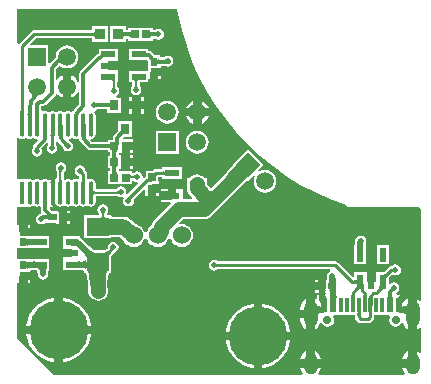
<source format=gtl>
G04*
G04 #@! TF.GenerationSoftware,Altium Limited,Altium Designer,21.9.1 (22)*
G04*
G04 Layer_Physical_Order=1*
G04 Layer_Color=255*
%FSLAX25Y25*%
%MOIN*%
G70*
G04*
G04 #@! TF.SameCoordinates,E1323236-0D64-4C8B-8FC9-1981637C6FB2*
G04*
G04*
G04 #@! TF.FilePolarity,Positive*
G04*
G01*
G75*
%ADD12C,0.01000*%
%ADD14C,0.00800*%
%ADD15R,0.02441X0.02598*%
%ADD16R,0.01657X0.07698*%
G04:AMPARAMS|DCode=17|XSize=76.98mil|YSize=16.57mil|CornerRadius=8.28mil|HoleSize=0mil|Usage=FLASHONLY|Rotation=90.000|XOffset=0mil|YOffset=0mil|HoleType=Round|Shape=RoundedRectangle|*
%AMROUNDEDRECTD17*
21,1,0.07698,0.00000,0,0,90.0*
21,1,0.06041,0.01657,0,0,90.0*
1,1,0.01657,0.00000,0.03021*
1,1,0.01657,0.00000,-0.03021*
1,1,0.01657,0.00000,-0.03021*
1,1,0.01657,0.00000,0.03021*
%
%ADD17ROUNDEDRECTD17*%
%ADD18R,0.03937X0.02362*%
%ADD19R,0.05118X0.02362*%
%ADD20R,0.02559X0.02756*%
%ADD21R,0.02756X0.02559*%
%ADD22R,0.01181X0.05118*%
%ADD23R,0.02362X0.05118*%
%ADD24R,0.03543X0.03740*%
%ADD25R,0.02362X0.04724*%
%ADD26R,0.02598X0.02441*%
%ADD27R,0.03150X0.03543*%
%ADD28R,0.04724X0.02165*%
%ADD29R,0.07480X0.06102*%
%ADD41C,0.05984*%
%ADD42R,0.05984X0.05984*%
%ADD45R,0.05984X0.05984*%
%ADD51C,0.01200*%
%ADD52C,0.02000*%
%ADD53C,0.05000*%
%ADD54C,0.06000*%
%ADD55C,0.19685*%
%ADD56P,0.08352X4X360.0*%
%ADD57C,0.05906*%
%ADD58O,0.04724X0.08661*%
%ADD59C,0.02756*%
%ADD60O,0.04724X0.07087*%
%ADD61C,0.01968*%
G36*
X275800Y-261000D02*
X275789Y-260905D01*
X275759Y-260820D01*
X275709Y-260745D01*
X275638Y-260680D01*
X275547Y-260625D01*
X275435Y-260580D01*
X275304Y-260545D01*
X275152Y-260520D01*
X274980Y-260505D01*
X274788Y-260500D01*
Y-259500D01*
X274980Y-259495D01*
X275152Y-259480D01*
X275304Y-259455D01*
X275435Y-259420D01*
X275547Y-259375D01*
X275638Y-259320D01*
X275709Y-259255D01*
X275759Y-259180D01*
X275789Y-259095D01*
X275800Y-259000D01*
Y-261000D01*
D02*
G37*
G36*
X303508Y-253255D02*
X304767Y-258654D01*
X306376Y-263959D01*
X308329Y-269148D01*
X310617Y-274198D01*
X313230Y-279087D01*
X316158Y-283795D01*
X319388Y-288302D01*
X322905Y-292588D01*
X326694Y-296634D01*
X330741Y-300424D01*
X335027Y-303941D01*
X339533Y-307170D01*
X344241Y-310098D01*
X349131Y-312712D01*
X354181Y-315000D01*
X359369Y-316952D01*
X359786Y-317079D01*
X360324Y-317438D01*
X361104Y-317593D01*
X383143D01*
X383187Y-317585D01*
X383707Y-317688D01*
X384185Y-318007D01*
X384504Y-318485D01*
X384607Y-319004D01*
X384598Y-319048D01*
Y-348792D01*
X384125Y-348952D01*
X384091Y-348908D01*
X383388Y-348369D01*
X383071Y-348237D01*
Y-353274D01*
Y-358311D01*
X383388Y-358180D01*
X384091Y-357641D01*
X384125Y-357596D01*
X384598Y-357757D01*
Y-366036D01*
X384125Y-366196D01*
X384091Y-366152D01*
X383388Y-365613D01*
X383071Y-365481D01*
Y-369731D01*
X381693D01*
Y-371109D01*
X378327D01*
X378417Y-371790D01*
X378756Y-372608D01*
X379058Y-373002D01*
X378812Y-373502D01*
X350558D01*
X350312Y-373002D01*
X350614Y-372608D01*
X350953Y-371790D01*
X351043Y-371109D01*
X344312D01*
X344402Y-371790D01*
X344740Y-372608D01*
X345043Y-373002D01*
X344796Y-373502D01*
X262089D01*
X249960Y-361374D01*
X249960Y-342799D01*
X250583D01*
Y-340500D01*
X251961D01*
Y-339122D01*
X253152D01*
X253169Y-339126D01*
X253186Y-339122D01*
X253969D01*
Y-339122D01*
X254181D01*
Y-338853D01*
X254599Y-338620D01*
X255086Y-338708D01*
Y-338708D01*
X255868D01*
X255886Y-338711D01*
X255903Y-338708D01*
X256425D01*
X256497Y-338716D01*
X256497Y-338716D01*
X256531Y-338772D01*
X256578Y-338886D01*
X256625Y-339059D01*
X256663Y-339290D01*
X256678Y-339455D01*
Y-340000D01*
X256816Y-340697D01*
X257211Y-341289D01*
X257803Y-341684D01*
X258500Y-341822D01*
X259197Y-341684D01*
X259789Y-341289D01*
X260184Y-340697D01*
X260322Y-340000D01*
Y-339095D01*
X260347Y-338708D01*
X260598D01*
Y-337961D01*
X260600Y-337952D01*
X260598Y-337936D01*
Y-337926D01*
X260601Y-337909D01*
X260598Y-337891D01*
Y-334771D01*
X255903D01*
X255886Y-334768D01*
X255868Y-334771D01*
X255086D01*
Y-334876D01*
X254497Y-334917D01*
X252181D01*
X252181Y-334917D01*
X252022Y-334949D01*
X249960D01*
Y-331319D01*
X253152D01*
X253169Y-331322D01*
X253179Y-331320D01*
X253190Y-331322D01*
X253204Y-331319D01*
X253969D01*
Y-331114D01*
X254590Y-331068D01*
X254836D01*
X255086Y-331081D01*
Y-331228D01*
X255869D01*
X255886Y-331231D01*
X255903Y-331228D01*
X260598D01*
Y-327291D01*
X255903D01*
X255886Y-327288D01*
X255869Y-327291D01*
X255086D01*
Y-327291D01*
X254587Y-327350D01*
X254283Y-327146D01*
X253969D01*
Y-327146D01*
X253222D01*
X253214Y-327143D01*
X253199Y-327146D01*
X253186D01*
X253169Y-327142D01*
X253152Y-327146D01*
X251961D01*
Y-325768D01*
X250583D01*
Y-323468D01*
X249960D01*
Y-317457D01*
X253061D01*
X253061Y-317457D01*
X253561Y-317401D01*
X254004Y-317489D01*
X254634Y-317363D01*
X254912Y-317178D01*
X255283Y-317047D01*
X255655Y-317178D01*
X255933Y-317363D01*
X256563Y-317489D01*
X257193Y-317363D01*
X257207Y-317354D01*
X257708Y-317621D01*
Y-318473D01*
X257815Y-319014D01*
X257932Y-319189D01*
X257938Y-319296D01*
X257708Y-319752D01*
X257309Y-319831D01*
X256723Y-320223D01*
X256331Y-320809D01*
X256194Y-321500D01*
X256331Y-322191D01*
X256723Y-322777D01*
X257309Y-323169D01*
X258000Y-323306D01*
X258691Y-323169D01*
X259142Y-322868D01*
X259642Y-323008D01*
Y-323008D01*
X262894D01*
Y-323220D01*
X263815D01*
Y-323008D01*
X263815D01*
Y-321000D01*
Y-318992D01*
X263815D01*
Y-318779D01*
X262894D01*
Y-318992D01*
X262155D01*
X262138Y-318989D01*
X262121Y-318992D01*
X261727D01*
X261618Y-318917D01*
X261284Y-318634D01*
X260846Y-318196D01*
X260824Y-318108D01*
X260962Y-317605D01*
X261037Y-317577D01*
X261681Y-317705D01*
X262007Y-317641D01*
X261347Y-316887D01*
X261274Y-316772D01*
X261240Y-316687D01*
X261243Y-316631D01*
X261284Y-316606D01*
X261363Y-316610D01*
X262501Y-315606D01*
X262428Y-315692D01*
X262387Y-315793D01*
X262378Y-315910D01*
X262401Y-316041D01*
X262455Y-316187D01*
X262542Y-316349D01*
X262660Y-316526D01*
X262810Y-316718D01*
X262992Y-316925D01*
X263089Y-317025D01*
X263093Y-317018D01*
X263610Y-317363D01*
X264240Y-317489D01*
X264871Y-317363D01*
X265148Y-317178D01*
X265520Y-317047D01*
X265892Y-317178D01*
X266169Y-317363D01*
X266799Y-317489D01*
X267430Y-317363D01*
X267707Y-317178D01*
X268079Y-317047D01*
X268451Y-317178D01*
X268728Y-317363D01*
X269358Y-317489D01*
X269989Y-317363D01*
X270266Y-317178D01*
X270638Y-317047D01*
X271010Y-317178D01*
X271287Y-317363D01*
X271917Y-317489D01*
X272548Y-317363D01*
X272825Y-317178D01*
X273197Y-317047D01*
X273569Y-317178D01*
X273846Y-317363D01*
X274476Y-317489D01*
X275107Y-317363D01*
X275641Y-317006D01*
X275998Y-316472D01*
X276124Y-315841D01*
Y-314032D01*
X283401D01*
X283445Y-314035D01*
X283484Y-314039D01*
X283594Y-314061D01*
X283622Y-314068D01*
X283653Y-314079D01*
X283680Y-314089D01*
X283711Y-314104D01*
X283809Y-314169D01*
X284500Y-314306D01*
X285152Y-314177D01*
X285261Y-314263D01*
X285490Y-314570D01*
X285331Y-314809D01*
X285194Y-315500D01*
X285331Y-316191D01*
X285723Y-316777D01*
X286309Y-317169D01*
X287000Y-317306D01*
X287691Y-317169D01*
X288277Y-316777D01*
X288669Y-316191D01*
X288806Y-315500D01*
X288701Y-314970D01*
X292141Y-311531D01*
X292602Y-311722D01*
Y-313789D01*
X293504D01*
Y-311411D01*
X294882D01*
Y-310033D01*
X297162D01*
Y-309033D01*
X296949D01*
Y-307573D01*
X298177D01*
Y-308228D01*
X304870D01*
Y-304291D01*
X298177D01*
Y-304947D01*
X296195D01*
X295692Y-305047D01*
X295267Y-305332D01*
X295093Y-305506D01*
X292815D01*
Y-307326D01*
X292764Y-307336D01*
X292338Y-307621D01*
X292232Y-307727D01*
X291823Y-307527D01*
X291764Y-307487D01*
X291630Y-306809D01*
X291238Y-306223D01*
X290652Y-305831D01*
X289961Y-305694D01*
X289269Y-305831D01*
X288715Y-306202D01*
X288421Y-306137D01*
X288397Y-306121D01*
X288215Y-305969D01*
Y-305658D01*
X283741D01*
X283730Y-305593D01*
X283724Y-305518D01*
Y-304780D01*
X284583D01*
Y-302500D01*
Y-300220D01*
X283724D01*
Y-299504D01*
X284671D01*
Y-297224D01*
X286050D01*
Y-295847D01*
X288427D01*
Y-294945D01*
X285366D01*
X285222Y-294595D01*
X285215Y-294445D01*
X285398Y-294275D01*
X285566Y-294141D01*
X285683Y-294059D01*
X286078D01*
X286095Y-294062D01*
X286112Y-294059D01*
X288323D01*
Y-288941D01*
X283598D01*
Y-291545D01*
X283595Y-291563D01*
X283598Y-291580D01*
Y-291974D01*
X283523Y-292083D01*
X283240Y-292417D01*
X282087Y-293570D01*
X281780Y-294029D01*
X281673Y-294570D01*
Y-295017D01*
X281666Y-295091D01*
X281655Y-295158D01*
X280144D01*
Y-295793D01*
X280079Y-295803D01*
X280005Y-295810D01*
X274810D01*
X274328Y-295327D01*
X274413Y-295053D01*
X274542Y-294834D01*
X275107Y-294722D01*
X275641Y-294365D01*
X275998Y-293830D01*
X276124Y-293200D01*
Y-287159D01*
X275998Y-286528D01*
X275641Y-285994D01*
X275757Y-285470D01*
X276212Y-285380D01*
X276798Y-284988D01*
X276847Y-284915D01*
X277557D01*
X277585Y-284933D01*
X278126Y-285041D01*
X279715D01*
X279788Y-285047D01*
X279858Y-285059D01*
Y-286185D01*
X284583D01*
Y-281067D01*
X283147D01*
X282840Y-280603D01*
X282844Y-280567D01*
X283392Y-280200D01*
X283784Y-279614D01*
X283922Y-278923D01*
X283784Y-278232D01*
X283392Y-277646D01*
X283346Y-277615D01*
X283342Y-277605D01*
X283335Y-277585D01*
X283329Y-277559D01*
X283326Y-277538D01*
Y-276013D01*
X283339D01*
Y-275238D01*
X283343Y-275222D01*
X283339Y-275204D01*
Y-272486D01*
X283552D01*
Y-271782D01*
X280190D01*
Y-269026D01*
X283552D01*
Y-268321D01*
X283339D01*
Y-264794D01*
X277041D01*
Y-266533D01*
X277005Y-266568D01*
X276712Y-266627D01*
X276253Y-266933D01*
X271000Y-272187D01*
X270693Y-272646D01*
X270585Y-273187D01*
Y-275625D01*
X270085Y-275724D01*
X269987Y-275487D01*
X269347Y-274653D01*
X268513Y-274013D01*
X267878Y-273750D01*
Y-277500D01*
Y-281250D01*
X268513Y-280987D01*
X269347Y-280347D01*
X269987Y-279513D01*
X270085Y-279276D01*
X270585Y-279375D01*
Y-283356D01*
X268701Y-285241D01*
X268395Y-285700D01*
X267953Y-285909D01*
X267707Y-285822D01*
X267430Y-285637D01*
X266799Y-285511D01*
X266169Y-285637D01*
X265892Y-285822D01*
X265520Y-285953D01*
X265148Y-285822D01*
X264871Y-285637D01*
X264240Y-285511D01*
X263610Y-285637D01*
X263333Y-285822D01*
X262961Y-285953D01*
X262589Y-285822D01*
X262312Y-285637D01*
X261681Y-285511D01*
X261051Y-285637D01*
X260773Y-285822D01*
X260402Y-285953D01*
X260030Y-285822D01*
X259752Y-285637D01*
X259122Y-285511D01*
X258492Y-285637D01*
X258478Y-285646D01*
X257978Y-285379D01*
Y-283806D01*
X258526D01*
X259067Y-283698D01*
X259526Y-283392D01*
X262392Y-280526D01*
X262698Y-280067D01*
X262721Y-279954D01*
X263255Y-279829D01*
X263653Y-280347D01*
X264487Y-280987D01*
X265122Y-281250D01*
Y-277500D01*
Y-273750D01*
X264487Y-274013D01*
X263653Y-274653D01*
X263306Y-275105D01*
X262806Y-274935D01*
Y-271695D01*
X264088Y-270413D01*
X264594Y-270801D01*
X265513Y-271182D01*
X266500Y-271312D01*
X267487Y-271182D01*
X268406Y-270801D01*
X269196Y-270196D01*
X269801Y-269406D01*
X270182Y-268487D01*
X270312Y-267500D01*
X270182Y-266513D01*
X269801Y-265594D01*
X269196Y-264804D01*
X268406Y-264199D01*
X267487Y-263818D01*
X266500Y-263688D01*
X265513Y-263818D01*
X264594Y-264199D01*
X263804Y-264804D01*
X263199Y-265594D01*
X262818Y-266513D01*
X262688Y-267500D01*
X262731Y-267825D01*
X262561Y-267938D01*
X260780Y-269720D01*
X260279Y-269513D01*
Y-263720D01*
X254260D01*
X254069Y-263259D01*
X256015Y-261313D01*
X274988D01*
Y-262657D01*
X280106D01*
Y-257343D01*
X274988D01*
Y-258687D01*
X255471D01*
X254969Y-258787D01*
X254543Y-259072D01*
X250517Y-263098D01*
X250461Y-263182D01*
X249960Y-263031D01*
Y-251527D01*
X303223D01*
X303508Y-253255D01*
D02*
G37*
G36*
X282540Y-275214D02*
X282535Y-275222D01*
X282531Y-275246D01*
X282527Y-275286D01*
X282519Y-275502D01*
X282515Y-276014D01*
X281715D01*
X281711Y-275861D01*
X281699Y-275723D01*
X281679Y-275602D01*
X281651Y-275496D01*
X281615Y-275407D01*
X281571Y-275334D01*
X281519Y-275277D01*
X281459Y-275236D01*
X281391Y-275211D01*
X281315Y-275202D01*
X282540Y-275214D01*
D02*
G37*
G36*
X282518Y-277532D02*
X282527Y-277626D01*
X282541Y-277716D01*
X282561Y-277801D01*
X282587Y-277882D01*
X282619Y-277958D01*
X282657Y-278030D01*
X282700Y-278098D01*
X282749Y-278161D01*
X282804Y-278220D01*
X281426D01*
X281481Y-278161D01*
X281530Y-278098D01*
X281574Y-278030D01*
X281611Y-277958D01*
X281643Y-277882D01*
X281669Y-277801D01*
X281689Y-277716D01*
X281703Y-277626D01*
X281712Y-277532D01*
X281715Y-277433D01*
X282515D01*
X282518Y-277532D01*
D02*
G37*
G36*
X256782Y-280479D02*
X256669Y-280498D01*
X256567Y-280532D01*
X256477Y-280582D01*
X256400Y-280647D01*
X256334Y-280727D01*
X256280Y-280823D01*
X256238Y-280935D01*
X256208Y-281061D01*
X256191Y-281203D01*
X256185Y-281360D01*
X254985D01*
X254980Y-281126D01*
X254944Y-280707D01*
X254913Y-280522D01*
X254872Y-280353D01*
X254823Y-280201D01*
X254764Y-280065D01*
X254697Y-279946D01*
X254621Y-279843D01*
X254535Y-279757D01*
X256782Y-280479D01*
D02*
G37*
G36*
X276070Y-282890D02*
X276091Y-282892D01*
X276167Y-282895D01*
X276670Y-282900D01*
X277016Y-284100D01*
X276905Y-284101D01*
X276633Y-284121D01*
X276562Y-284133D01*
X276501Y-284148D01*
X276450Y-284165D01*
X276408Y-284185D01*
X276377Y-284208D01*
X276355Y-284233D01*
X276060Y-282887D01*
X276070Y-282890D01*
D02*
G37*
G36*
X280658Y-284826D02*
X280646Y-284712D01*
X280610Y-284610D01*
X280550Y-284520D01*
X280466Y-284442D01*
X280358Y-284376D01*
X280226Y-284322D01*
X280070Y-284280D01*
X279890Y-284250D01*
X279686Y-284232D01*
X279458Y-284226D01*
Y-283026D01*
X279686Y-283020D01*
X279890Y-283002D01*
X280070Y-282972D01*
X280226Y-282930D01*
X280358Y-282876D01*
X280466Y-282810D01*
X280550Y-282732D01*
X280610Y-282642D01*
X280646Y-282540D01*
X280658Y-282426D01*
Y-284826D01*
D02*
G37*
G36*
X257165Y-285618D02*
X257224Y-286486D01*
X257246Y-286603D01*
X257271Y-286701D01*
X257300Y-286780D01*
X257332Y-286840D01*
X255794D01*
X255826Y-286780D01*
X255855Y-286701D01*
X255880Y-286603D01*
X255902Y-286486D01*
X255936Y-286196D01*
X255956Y-285829D01*
X255963Y-285387D01*
X257163D01*
X257165Y-285618D01*
D02*
G37*
G36*
X254606D02*
X254665Y-286486D01*
X254687Y-286603D01*
X254712Y-286701D01*
X254741Y-286780D01*
X254773Y-286840D01*
X253235D01*
X253267Y-286780D01*
X253296Y-286701D01*
X253321Y-286603D01*
X253343Y-286486D01*
X253377Y-286196D01*
X253397Y-285829D01*
X253404Y-285387D01*
X254604D01*
X254606Y-285618D01*
D02*
G37*
G36*
X251948Y-285691D02*
X251988Y-286168D01*
X252012Y-286307D01*
X252042Y-286434D01*
X252077Y-286551D01*
X252117Y-286658D01*
X252163Y-286754D01*
X252214Y-286840D01*
X250676D01*
X250727Y-286754D01*
X250773Y-286658D01*
X250813Y-286551D01*
X250848Y-286434D01*
X250878Y-286307D01*
X250902Y-286168D01*
X250934Y-285861D01*
X250942Y-285691D01*
X250945Y-285511D01*
X251945D01*
X251948Y-285691D01*
D02*
G37*
G36*
X286095Y-293260D02*
X286002Y-293192D01*
X285891Y-293158D01*
X285764D01*
X285620Y-293192D01*
X285458Y-293260D01*
X285280Y-293361D01*
X285085Y-293497D01*
X284873Y-293667D01*
X284398Y-294108D01*
X283549Y-293260D01*
X283787Y-293014D01*
X284160Y-292572D01*
X284296Y-292377D01*
X284398Y-292199D01*
X284466Y-292038D01*
X284500Y-291894D01*
Y-291766D01*
X284466Y-291656D01*
X284398Y-291563D01*
X286095Y-293260D01*
D02*
G37*
G36*
X255655Y-294536D02*
X255933Y-294722D01*
X256563Y-294847D01*
X256596Y-294841D01*
X256842Y-295301D01*
X255578Y-296565D01*
X255294Y-296991D01*
X255194Y-297493D01*
Y-297766D01*
X254831Y-298309D01*
X254694Y-299000D01*
X254831Y-299691D01*
X255223Y-300277D01*
X255809Y-300669D01*
X256500Y-300806D01*
X257191Y-300669D01*
X257777Y-300277D01*
X258169Y-299691D01*
X258306Y-299000D01*
X258169Y-298309D01*
X257920Y-297936D01*
X259708Y-296148D01*
X260174Y-296329D01*
X260183Y-296398D01*
X260206Y-296747D01*
X259831Y-297309D01*
X259694Y-298000D01*
X259831Y-298691D01*
X260223Y-299277D01*
X260809Y-299669D01*
X261500Y-299806D01*
X262191Y-299669D01*
X262777Y-299277D01*
X263169Y-298691D01*
X263306Y-298000D01*
X263169Y-297309D01*
X262926Y-296945D01*
X262921Y-296930D01*
X262919Y-296926D01*
X262915Y-296913D01*
X262913Y-296898D01*
X262903Y-296789D01*
Y-295894D01*
X263403Y-295742D01*
X263438Y-295794D01*
X264869Y-297225D01*
X264874Y-297232D01*
X264891Y-297254D01*
X265014Y-297874D01*
X265406Y-298460D01*
X265992Y-298852D01*
X266683Y-298989D01*
X267374Y-298852D01*
X267960Y-298460D01*
X268352Y-297874D01*
X268489Y-297183D01*
X268352Y-296492D01*
X267960Y-295906D01*
X267374Y-295514D01*
X267160Y-295472D01*
X267011Y-295340D01*
X267002Y-295317D01*
X267327Y-294742D01*
X267430Y-294722D01*
X267707Y-294536D01*
X268079Y-294405D01*
X268451Y-294536D01*
X268728Y-294722D01*
X269358Y-294847D01*
X269989Y-294722D01*
X270087Y-294656D01*
X270140Y-294659D01*
X270590Y-294921D01*
Y-295005D01*
X270610Y-295104D01*
X270609Y-295114D01*
X270615Y-295131D01*
X270698Y-295546D01*
X271004Y-296005D01*
X273224Y-298225D01*
X273683Y-298531D01*
X274224Y-298639D01*
X280005D01*
X280079Y-298645D01*
X280144Y-298656D01*
Y-299291D01*
X280877D01*
X280888Y-299356D01*
X280895Y-299431D01*
Y-300294D01*
X280888Y-300368D01*
X280877Y-300433D01*
X280055D01*
Y-304567D01*
X280877D01*
X280888Y-304632D01*
X280895Y-304706D01*
Y-305518D01*
X280888Y-305593D01*
X280877Y-305658D01*
X280144D01*
Y-309791D01*
X288215D01*
Y-309031D01*
X288397Y-308879D01*
X288421Y-308862D01*
X288715Y-308798D01*
X289269Y-309169D01*
X289948Y-309304D01*
X289988Y-309362D01*
X290188Y-309771D01*
X286638Y-313321D01*
X286196Y-313056D01*
X286306Y-312500D01*
X286169Y-311809D01*
X285777Y-311223D01*
X285191Y-310831D01*
X284500Y-310694D01*
X283809Y-310831D01*
X283223Y-311223D01*
X282964Y-311610D01*
X276124D01*
Y-309800D01*
X275998Y-309170D01*
X275641Y-308635D01*
X275107Y-308278D01*
X274476Y-308153D01*
X273846Y-308278D01*
X273730Y-308356D01*
X273230Y-308088D01*
Y-306417D01*
X273130Y-305915D01*
X272846Y-305489D01*
X272661Y-305304D01*
X272543Y-304711D01*
X272151Y-304125D01*
X271565Y-303734D01*
X270874Y-303596D01*
X270182Y-303734D01*
X269597Y-304125D01*
X269205Y-304711D01*
X269067Y-305402D01*
X269205Y-306094D01*
X269597Y-306680D01*
X270182Y-307071D01*
X270605Y-307155D01*
Y-308088D01*
X270105Y-308356D01*
X269989Y-308278D01*
X269358Y-308153D01*
X268728Y-308278D01*
X268193Y-308635D01*
X267964D01*
X267430Y-308278D01*
X266799Y-308153D01*
X266169Y-308278D01*
X265954Y-308421D01*
X265947Y-308422D01*
X265451Y-308157D01*
Y-305998D01*
X265460Y-305989D01*
X265777Y-305777D01*
X266169Y-305191D01*
X266306Y-304500D01*
X266169Y-303809D01*
X265777Y-303223D01*
X265191Y-302831D01*
X264500Y-302694D01*
X263809Y-302831D01*
X263223Y-303223D01*
X262831Y-303809D01*
X262694Y-304500D01*
X262831Y-305191D01*
X262933Y-305344D01*
X262944Y-305378D01*
X262967Y-305422D01*
X262979Y-305446D01*
X262990Y-305475D01*
X262997Y-305497D01*
X263021Y-305600D01*
X263025Y-305630D01*
X263030Y-305683D01*
Y-307901D01*
X262529Y-308168D01*
X262394Y-308078D01*
X262281Y-308055D01*
X262283Y-308259D01*
X262342Y-309128D01*
X262364Y-309245D01*
X262389Y-309343D01*
X262418Y-309422D01*
X262450Y-309482D01*
X260912D01*
X260944Y-309422D01*
X260973Y-309343D01*
X260998Y-309245D01*
X261020Y-309128D01*
X261054Y-308837D01*
X261074Y-308471D01*
X261081Y-308055D01*
X260968Y-308078D01*
X260363Y-308482D01*
X260269Y-308623D01*
X259752Y-308278D01*
X259122Y-308153D01*
X258492Y-308278D01*
X258214Y-308464D01*
X257842Y-308595D01*
X257471Y-308464D01*
X257193Y-308278D01*
X256563Y-308153D01*
X255933Y-308278D01*
X255655Y-308464D01*
X255283Y-308595D01*
X254912Y-308464D01*
X254634Y-308278D01*
X254004Y-308153D01*
X253561Y-308241D01*
X253061Y-308185D01*
X253061Y-308185D01*
X253061Y-308185D01*
X249960D01*
X249960Y-294718D01*
X250461Y-294485D01*
X250815Y-294722D01*
X251445Y-294847D01*
X252075Y-294722D01*
X252353Y-294536D01*
X252724Y-294405D01*
X253096Y-294536D01*
X253374Y-294722D01*
X254004Y-294847D01*
X254634Y-294722D01*
X254912Y-294536D01*
X255283Y-294405D01*
X255655Y-294536D01*
D02*
G37*
G36*
X259840Y-293604D02*
X259794Y-293700D01*
X259754Y-293807D01*
X259719Y-293924D01*
X259689Y-294052D01*
X259665Y-294190D01*
X259633Y-294498D01*
X259625Y-294667D01*
X259622Y-294847D01*
X258622D01*
X258619Y-294667D01*
X258579Y-294190D01*
X258555Y-294052D01*
X258525Y-293924D01*
X258490Y-293807D01*
X258450Y-293700D01*
X258404Y-293604D01*
X258353Y-293518D01*
X259891D01*
X259840Y-293604D01*
D02*
G37*
G36*
X264982Y-293569D02*
X264957Y-293636D01*
X264936Y-293718D01*
X264917Y-293816D01*
X264889Y-294058D01*
X264872Y-294364D01*
X264866Y-294733D01*
X263866Y-294866D01*
X263862Y-294617D01*
X263834Y-294198D01*
X263810Y-294028D01*
X263779Y-293885D01*
X263740Y-293768D01*
X263695Y-293678D01*
X263643Y-293614D01*
X263583Y-293576D01*
X263517Y-293565D01*
X265009Y-293518D01*
X264982Y-293569D01*
D02*
G37*
G36*
X262382Y-293629D02*
X262321Y-293746D01*
X262267Y-293869D01*
X262220Y-293999D01*
X262180Y-294135D01*
X262148Y-294277D01*
X262123Y-294425D01*
X262094Y-294741D01*
X262090Y-294908D01*
X261090Y-294785D01*
X261089Y-294593D01*
X261046Y-293969D01*
X261026Y-293849D01*
X261003Y-293744D01*
X260976Y-293654D01*
X260946Y-293579D01*
X260912Y-293518D01*
X262450D01*
X262382Y-293629D01*
D02*
G37*
G36*
X272671Y-293553D02*
X272657Y-293610D01*
X272645Y-293689D01*
X272625Y-293910D01*
X272608Y-294404D01*
X272605Y-294840D01*
X271405Y-295005D01*
X271402Y-294791D01*
X271364Y-294237D01*
X271341Y-294082D01*
X271279Y-293813D01*
X271241Y-293701D01*
X271197Y-293602D01*
X271148Y-293518D01*
X272686D01*
X272671Y-293553D01*
D02*
G37*
G36*
X283675Y-295957D02*
X281887Y-295969D01*
X282001Y-295956D01*
X282103Y-295919D01*
X282193Y-295858D01*
X282271Y-295773D01*
X282337Y-295664D01*
X282391Y-295531D01*
X282433Y-295373D01*
X282463Y-295192D01*
X282481Y-294987D01*
X282487Y-294757D01*
X283687D01*
X283675Y-295957D01*
D02*
G37*
G36*
X266096Y-295886D02*
X266242Y-296010D01*
X266311Y-296061D01*
X266377Y-296103D01*
X266441Y-296138D01*
X266503Y-296165D01*
X266562Y-296184D01*
X266619Y-296195D01*
X266673Y-296199D01*
X265699Y-297173D01*
X265695Y-297119D01*
X265684Y-297062D01*
X265665Y-297003D01*
X265638Y-296941D01*
X265603Y-296877D01*
X265561Y-296811D01*
X265511Y-296742D01*
X265452Y-296670D01*
X265312Y-296519D01*
X266019Y-295812D01*
X266096Y-295886D01*
D02*
G37*
G36*
X262090Y-296622D02*
X262092Y-296729D01*
X262116Y-297006D01*
X262131Y-297084D01*
X262148Y-297154D01*
X262169Y-297217D01*
X262193Y-297273D01*
X262220Y-297322D01*
X262251Y-297363D01*
X260879Y-297237D01*
X260919Y-297198D01*
X260955Y-297153D01*
X260987Y-297099D01*
X261014Y-297038D01*
X261038Y-296970D01*
X261057Y-296894D01*
X261071Y-296810D01*
X261082Y-296719D01*
X261090Y-296514D01*
X262090Y-296622D01*
D02*
G37*
G36*
X257007Y-297566D02*
X257008Y-297676D01*
X257034Y-298022D01*
X257046Y-298083D01*
X257060Y-298135D01*
X257076Y-298177D01*
X257094Y-298209D01*
X257115Y-298231D01*
X255896Y-298223D01*
X255917Y-298201D01*
X255936Y-298169D01*
X255952Y-298127D01*
X255967Y-298075D01*
X255979Y-298014D01*
X255989Y-297942D01*
X256002Y-297770D01*
X256007Y-297558D01*
X257007Y-297566D01*
D02*
G37*
G36*
X280955Y-298424D02*
X280943Y-298310D01*
X280907Y-298208D01*
X280846Y-298118D01*
X280761Y-298040D01*
X280652Y-297974D01*
X280519Y-297920D01*
X280362Y-297878D01*
X280180Y-297848D01*
X279974Y-297830D01*
X279743Y-297824D01*
Y-296624D01*
X279974Y-296618D01*
X280180Y-296600D01*
X280362Y-296570D01*
X280519Y-296528D01*
X280652Y-296474D01*
X280761Y-296408D01*
X280846Y-296330D01*
X280907Y-296240D01*
X280943Y-296138D01*
X280955Y-296024D01*
Y-298424D01*
D02*
G37*
G36*
X283395Y-298492D02*
X283293Y-298529D01*
X283203Y-298589D01*
X283125Y-298674D01*
X283059Y-298783D01*
X283005Y-298916D01*
X282963Y-299074D01*
X282933Y-299256D01*
X282915Y-299462D01*
X282909Y-299692D01*
X281709D01*
X281703Y-299462D01*
X281685Y-299256D01*
X281655Y-299074D01*
X281613Y-298916D01*
X281559Y-298783D01*
X281493Y-298674D01*
X281415Y-298589D01*
X281325Y-298529D01*
X281223Y-298492D01*
X281109Y-298480D01*
X283509D01*
X283395Y-298492D01*
D02*
G37*
G36*
X282915Y-300263D02*
X282933Y-300469D01*
X282963Y-300651D01*
X283005Y-300808D01*
X283059Y-300941D01*
X283125Y-301051D01*
X283203Y-301135D01*
X283293Y-301196D01*
X283395Y-301232D01*
X283509Y-301244D01*
X281109D01*
X281223Y-301232D01*
X281325Y-301196D01*
X281415Y-301135D01*
X281493Y-301051D01*
X281559Y-300941D01*
X281613Y-300808D01*
X281655Y-300651D01*
X281685Y-300469D01*
X281703Y-300263D01*
X281709Y-300032D01*
X282909D01*
X282915Y-300263D01*
D02*
G37*
G36*
X283395Y-303768D02*
X283293Y-303804D01*
X283203Y-303865D01*
X283125Y-303949D01*
X283059Y-304059D01*
X283005Y-304192D01*
X282963Y-304349D01*
X282933Y-304531D01*
X282915Y-304737D01*
X282909Y-304967D01*
X281709D01*
X281703Y-304737D01*
X281685Y-304531D01*
X281655Y-304349D01*
X281613Y-304192D01*
X281559Y-304059D01*
X281493Y-303949D01*
X281415Y-303865D01*
X281325Y-303804D01*
X281223Y-303768D01*
X281109Y-303755D01*
X283509D01*
X283395Y-303768D01*
D02*
G37*
G36*
X264979Y-305360D02*
X264915Y-305401D01*
X264857Y-305448D01*
X264806Y-305503D01*
X264762Y-305563D01*
X264725Y-305630D01*
X264694Y-305704D01*
X264671Y-305785D01*
X264654Y-305871D01*
X264644Y-305965D01*
X264640Y-306065D01*
X263840Y-305821D01*
X263838Y-305723D01*
X263823Y-305537D01*
X263810Y-305450D01*
X263772Y-305285D01*
X263747Y-305207D01*
X263718Y-305133D01*
X263686Y-305063D01*
X263650Y-304996D01*
X264979Y-305360D01*
D02*
G37*
G36*
X282915Y-305487D02*
X282933Y-305693D01*
X282963Y-305875D01*
X283005Y-306033D01*
X283059Y-306166D01*
X283125Y-306275D01*
X283203Y-306360D01*
X283293Y-306420D01*
X283395Y-306457D01*
X283509Y-306469D01*
X281109D01*
X281223Y-306457D01*
X281325Y-306420D01*
X281415Y-306360D01*
X281493Y-306275D01*
X281559Y-306166D01*
X281613Y-306033D01*
X281655Y-305875D01*
X281685Y-305693D01*
X281703Y-305487D01*
X281709Y-305257D01*
X282909D01*
X282915Y-305487D01*
D02*
G37*
G36*
X271846Y-305585D02*
X271857Y-305608D01*
X271876Y-305637D01*
X271904Y-305673D01*
X271985Y-305768D01*
X272250Y-306043D01*
X271560Y-306767D01*
X271480Y-306688D01*
X271151Y-306395D01*
X271121Y-306376D01*
X271098Y-306366D01*
X271082Y-306364D01*
X271844Y-305571D01*
X271846Y-305585D01*
D02*
G37*
G36*
X298989Y-307260D02*
X298978Y-307165D01*
X298948Y-307080D01*
X298898Y-307005D01*
X298827Y-306940D01*
X298736Y-306885D01*
X298624Y-306840D01*
X298493Y-306805D01*
X298341Y-306780D01*
X298169Y-306765D01*
X297977Y-306760D01*
Y-305760D01*
X298169Y-305755D01*
X298341Y-305740D01*
X298493Y-305715D01*
X298624Y-305680D01*
X298736Y-305635D01*
X298827Y-305580D01*
X298898Y-305515D01*
X298948Y-305440D01*
X298978Y-305355D01*
X298989Y-305260D01*
Y-307260D01*
D02*
G37*
G36*
X289258Y-308189D02*
X289199Y-308134D01*
X289136Y-308085D01*
X289068Y-308042D01*
X288996Y-308004D01*
X288919Y-307972D01*
X288839Y-307946D01*
X288753Y-307926D01*
X288664Y-307912D01*
X288569Y-307903D01*
X288471Y-307900D01*
Y-307100D01*
X288569Y-307097D01*
X288664Y-307088D01*
X288753Y-307074D01*
X288839Y-307054D01*
X288919Y-307028D01*
X288996Y-306996D01*
X289068Y-306958D01*
X289136Y-306915D01*
X289199Y-306866D01*
X289258Y-306811D01*
Y-308189D01*
D02*
G37*
G36*
X287423Y-306776D02*
X287447Y-306844D01*
X287487Y-306904D01*
X287543Y-306956D01*
X287615Y-307000D01*
X287703Y-307036D01*
X287807Y-307064D01*
X287927Y-307084D01*
X288063Y-307096D01*
X288215Y-307100D01*
Y-307900D01*
X288063Y-307904D01*
X287927Y-307916D01*
X287807Y-307936D01*
X287703Y-307964D01*
X287615Y-308000D01*
X287543Y-308044D01*
X287487Y-308096D01*
X287447Y-308156D01*
X287423Y-308224D01*
X287415Y-308300D01*
Y-306700D01*
X287423Y-306776D01*
D02*
G37*
G36*
X272420Y-308333D02*
X272460Y-308810D01*
X272485Y-308948D01*
X272514Y-309076D01*
X272549Y-309193D01*
X272589Y-309300D01*
X272635Y-309396D01*
X272686Y-309482D01*
X271148D01*
X271199Y-309396D01*
X271245Y-309300D01*
X271286Y-309193D01*
X271321Y-309076D01*
X271350Y-308948D01*
X271374Y-308810D01*
X271407Y-308502D01*
X271415Y-308333D01*
X271417Y-308153D01*
X272417D01*
X272420Y-308333D01*
D02*
G37*
G36*
X264644Y-308414D02*
X264655Y-308540D01*
X264673Y-308664D01*
X264699Y-308786D01*
X264732Y-308907D01*
X264773Y-309025D01*
X264821Y-309142D01*
X264876Y-309257D01*
X264939Y-309370D01*
X265009Y-309482D01*
X263471D01*
X263541Y-309370D01*
X263604Y-309257D01*
X263659Y-309142D01*
X263707Y-309025D01*
X263748Y-308907D01*
X263781Y-308786D01*
X263807Y-308664D01*
X263825Y-308540D01*
X263837Y-308414D01*
X263840Y-308286D01*
X264640D01*
X264644Y-308414D01*
D02*
G37*
G36*
X284060Y-313381D02*
X283994Y-313350D01*
X283925Y-313323D01*
X283852Y-313299D01*
X283775Y-313278D01*
X283611Y-313246D01*
X283524Y-313235D01*
X283338Y-313222D01*
X283239Y-313221D01*
X282928Y-312421D01*
X283029Y-312417D01*
X283122Y-312407D01*
X283208Y-312390D01*
X283287Y-312366D01*
X283359Y-312335D01*
X283423Y-312297D01*
X283481Y-312253D01*
X283531Y-312201D01*
X283575Y-312143D01*
X283611Y-312078D01*
X284060Y-313381D01*
D02*
G37*
G36*
X275305Y-312097D02*
X275329Y-312165D01*
X275370Y-312225D01*
X275427Y-312277D01*
X275500Y-312321D01*
X275589Y-312357D01*
X275694Y-312385D01*
X275816Y-312405D01*
X275954Y-312417D01*
X276109Y-312421D01*
Y-313221D01*
X275954Y-313225D01*
X275816Y-313237D01*
X275694Y-313257D01*
X275589Y-313285D01*
X275500Y-313321D01*
X275427Y-313365D01*
X275370Y-313417D01*
X275329Y-313477D01*
X275305Y-313545D01*
X275297Y-313621D01*
Y-312021D01*
X275305Y-312097D01*
D02*
G37*
G36*
X288124Y-314398D02*
X288051Y-314475D01*
X287934Y-314619D01*
X287891Y-314685D01*
X287858Y-314748D01*
X287836Y-314807D01*
X287825Y-314863D01*
X287823Y-314914D01*
X287832Y-314963D01*
X287852Y-315007D01*
X286561Y-314619D01*
X287327Y-313780D01*
X288124Y-314398D01*
D02*
G37*
G36*
X259859Y-316220D02*
X259830Y-316299D01*
X259805Y-316397D01*
X259783Y-316514D01*
X259749Y-316804D01*
X259729Y-317171D01*
X259722Y-317613D01*
X258522D01*
X258520Y-317382D01*
X258461Y-316514D01*
X258439Y-316397D01*
X258414Y-316299D01*
X258385Y-316220D01*
X258353Y-316160D01*
X259891D01*
X259859Y-316220D01*
D02*
G37*
G36*
X260687Y-319181D02*
X261128Y-319554D01*
X261324Y-319690D01*
X261502Y-319792D01*
X261663Y-319859D01*
X261807Y-319893D01*
X261934D01*
X262045Y-319859D01*
X262138Y-319792D01*
X260441Y-321489D01*
X260509Y-321395D01*
X260543Y-321285D01*
Y-321158D01*
X260509Y-321013D01*
X260441Y-320852D01*
Y-322200D01*
X260429Y-322086D01*
X260393Y-321984D01*
X260333Y-321894D01*
X260249Y-321816D01*
X260141Y-321750D01*
X260009Y-321696D01*
X259853Y-321654D01*
X259673Y-321624D01*
X259469Y-321606D01*
X259417Y-321605D01*
X259193Y-321622D01*
X259126Y-321634D01*
X259070Y-321649D01*
X259025Y-321667D01*
X258991Y-321687D01*
X258968Y-321710D01*
X258955Y-321736D01*
X258301Y-320563D01*
X259241Y-320428D01*
Y-320400D01*
X259469Y-320394D01*
X259673Y-320376D01*
X259853Y-320346D01*
X260009Y-320304D01*
X260050Y-320287D01*
X260034Y-320267D01*
X259593Y-319792D01*
X260441Y-318943D01*
X260687Y-319181D01*
D02*
G37*
G36*
X253189Y-328002D02*
X253249Y-328053D01*
X253349Y-328099D01*
X253489Y-328138D01*
X253669Y-328171D01*
X253889Y-328198D01*
X254440Y-328233D01*
X255806Y-328146D01*
X255866Y-328120D01*
X255886Y-328090D01*
Y-330429D01*
X255866Y-330394D01*
X255806Y-330363D01*
X255706Y-330335D01*
X255566Y-330312D01*
X255386Y-330292D01*
X254679Y-330257D01*
X253489Y-330344D01*
X253349Y-330380D01*
X253249Y-330421D01*
X253189Y-330468D01*
X253169Y-330520D01*
Y-327945D01*
X253189Y-328002D01*
D02*
G37*
G36*
X255886Y-337909D02*
X255866Y-337877D01*
X255805Y-337848D01*
X255705Y-337822D01*
X255566Y-337800D01*
X255385Y-337782D01*
X254711Y-337751D01*
X254149Y-337792D01*
X253889Y-337833D01*
X253669Y-337885D01*
X253489Y-337949D01*
X253349Y-338025D01*
X253249Y-338113D01*
X253189Y-338212D01*
X253169Y-338323D01*
Y-335748D01*
X253886Y-335745D01*
Y-335739D01*
X254265Y-335738D01*
X255805Y-335631D01*
X255866Y-335602D01*
X255886Y-335570D01*
Y-337909D01*
D02*
G37*
G36*
X259742Y-337929D02*
X259691Y-337989D01*
X259646Y-338089D01*
X259608Y-338229D01*
X259575Y-338409D01*
X259548Y-338629D01*
X259512Y-339189D01*
X259500Y-339909D01*
X257500D01*
X257490Y-339529D01*
X257460Y-339189D01*
X257410Y-338889D01*
X257340Y-338629D01*
X257250Y-338409D01*
X257140Y-338229D01*
X257010Y-338089D01*
X256860Y-337989D01*
X256690Y-337929D01*
X256500Y-337909D01*
X259799D01*
X259742Y-337929D01*
D02*
G37*
%LPC*%
G36*
X286012Y-257343D02*
X280894D01*
Y-262657D01*
X286012D01*
Y-261433D01*
X286082Y-261421D01*
X286155Y-261415D01*
X286822D01*
X286894Y-261421D01*
X286965Y-261433D01*
Y-262067D01*
X295035D01*
Y-261432D01*
X295100Y-261421D01*
X295175Y-261415D01*
X295928D01*
X296309Y-261669D01*
X297000Y-261806D01*
X297691Y-261669D01*
X298277Y-261277D01*
X298669Y-260691D01*
X298806Y-260000D01*
X298669Y-259309D01*
X298277Y-258723D01*
X297691Y-258331D01*
X297000Y-258194D01*
X296309Y-258331D01*
X295932Y-258583D01*
X295892Y-258585D01*
X295175D01*
X295100Y-258579D01*
X295035Y-258568D01*
Y-257933D01*
X286965D01*
Y-258567D01*
X286894Y-258579D01*
X286822Y-258585D01*
X286155D01*
X286082Y-258579D01*
X286012Y-258567D01*
Y-257343D01*
D02*
G37*
G36*
X292190Y-264767D02*
X292053Y-264794D01*
X287279D01*
Y-268533D01*
X292765D01*
X292783Y-268537D01*
X292800Y-268533D01*
X293277D01*
X293500Y-268867D01*
X293602Y-268969D01*
Y-270220D01*
X293389D01*
Y-272274D01*
X287279D01*
Y-276013D01*
X288289D01*
Y-277076D01*
X288286Y-277097D01*
X288280Y-277123D01*
X288274Y-277142D01*
X288269Y-277152D01*
X288223Y-277183D01*
X287831Y-277769D01*
X287694Y-278461D01*
X287831Y-279152D01*
X288223Y-279738D01*
X288809Y-280130D01*
X289500Y-280267D01*
X290191Y-280130D01*
X290777Y-279738D01*
X291169Y-279152D01*
X291306Y-278461D01*
X291169Y-277769D01*
X290777Y-277183D01*
X290731Y-277152D01*
X290726Y-277142D01*
X290720Y-277123D01*
X290714Y-277097D01*
X290711Y-277076D01*
Y-276013D01*
X293577D01*
Y-274819D01*
X294232D01*
Y-272519D01*
X295610D01*
Y-271142D01*
X297618D01*
Y-271142D01*
X297830D01*
Y-270469D01*
X299242D01*
X299445Y-270605D01*
X300136Y-270742D01*
X300827Y-270605D01*
X301413Y-270213D01*
X301805Y-269627D01*
X301942Y-268936D01*
X301805Y-268245D01*
X301413Y-267659D01*
X300827Y-267267D01*
X300136Y-267130D01*
X299445Y-267267D01*
X298886Y-267640D01*
X297757D01*
X297682Y-267634D01*
X297618Y-267623D01*
Y-266968D01*
X295755D01*
X295500Y-266587D01*
X294797Y-265884D01*
X294338Y-265578D01*
X293797Y-265470D01*
X293577D01*
Y-264794D01*
X292327D01*
X292190Y-264767D01*
D02*
G37*
G36*
X297830Y-273897D02*
X296988D01*
Y-274819D01*
X297830D01*
Y-273897D01*
D02*
G37*
G36*
X292276Y-280854D02*
X291079D01*
Y-282248D01*
X292276D01*
Y-280854D01*
D02*
G37*
G36*
X288323D02*
X287126D01*
Y-282248D01*
X288323D01*
Y-280854D01*
D02*
G37*
G36*
X311339Y-282250D02*
Y-284622D01*
X313711D01*
X313448Y-283987D01*
X312808Y-283153D01*
X311974Y-282513D01*
X311339Y-282250D01*
D02*
G37*
G36*
X308583D02*
X307947Y-282513D01*
X307113Y-283153D01*
X306473Y-283987D01*
X306210Y-284622D01*
X308583D01*
Y-282250D01*
D02*
G37*
G36*
X292276Y-285004D02*
X291079D01*
Y-286398D01*
X292276D01*
Y-285004D01*
D02*
G37*
G36*
X288323D02*
X287126D01*
Y-286398D01*
X288323D01*
Y-285004D01*
D02*
G37*
G36*
X313711Y-287378D02*
X311339D01*
Y-289750D01*
X311974Y-289487D01*
X312808Y-288847D01*
X313448Y-288013D01*
X313711Y-287378D01*
D02*
G37*
G36*
X308583D02*
X306210D01*
X306473Y-288013D01*
X307113Y-288847D01*
X307947Y-289487D01*
X308583Y-289750D01*
Y-287378D01*
D02*
G37*
G36*
X299961Y-282188D02*
X298974Y-282318D01*
X298055Y-282699D01*
X297265Y-283304D01*
X296659Y-284094D01*
X296278Y-285013D01*
X296148Y-286000D01*
X296278Y-286987D01*
X296659Y-287906D01*
X297265Y-288696D01*
X298055Y-289301D01*
X298974Y-289682D01*
X299961Y-289812D01*
X300947Y-289682D01*
X301867Y-289301D01*
X302656Y-288696D01*
X303262Y-287906D01*
X303643Y-286987D01*
X303773Y-286000D01*
X303643Y-285013D01*
X303262Y-284094D01*
X302656Y-283304D01*
X301867Y-282699D01*
X300947Y-282318D01*
X299961Y-282188D01*
D02*
G37*
G36*
X288427Y-298602D02*
X287427D01*
Y-299504D01*
X288427D01*
Y-298602D01*
D02*
G37*
G36*
X303740Y-292220D02*
X296181D01*
Y-299780D01*
X303740D01*
Y-292220D01*
D02*
G37*
G36*
X309961Y-292188D02*
X308974Y-292318D01*
X308055Y-292699D01*
X307265Y-293304D01*
X306659Y-294094D01*
X306278Y-295013D01*
X306149Y-296000D01*
X306278Y-296987D01*
X306659Y-297906D01*
X307265Y-298696D01*
X308055Y-299301D01*
X308974Y-299682D01*
X309961Y-299812D01*
X310947Y-299682D01*
X311867Y-299301D01*
X312656Y-298696D01*
X313262Y-297906D01*
X313643Y-296987D01*
X313773Y-296000D01*
X313643Y-295013D01*
X313262Y-294094D01*
X312656Y-293304D01*
X311867Y-292699D01*
X310947Y-292318D01*
X309961Y-292188D01*
D02*
G37*
G36*
X288339Y-300220D02*
X287339D01*
Y-301122D01*
X288339D01*
Y-300220D01*
D02*
G37*
G36*
Y-303878D02*
X287339D01*
Y-304780D01*
X288339D01*
Y-303878D01*
D02*
G37*
G36*
X326893Y-298143D02*
X322181Y-302855D01*
X322166Y-302865D01*
X322157Y-302879D01*
X321603Y-303432D01*
X321774Y-303602D01*
X319691Y-305945D01*
X314519Y-311117D01*
X314337D01*
X313138Y-309917D01*
Y-308032D01*
X312424D01*
X312136Y-307655D01*
X311449Y-307129D01*
X310649Y-306797D01*
X309791Y-306684D01*
X308933Y-306797D01*
X308134Y-307129D01*
X307447Y-307655D01*
X307158Y-308032D01*
X306445D01*
Y-311968D01*
X306569D01*
X306589Y-312118D01*
X306920Y-312918D01*
X307447Y-313604D01*
X308273Y-314431D01*
X308082Y-314893D01*
X305083D01*
Y-311559D01*
X302902D01*
Y-313740D01*
X301524D01*
Y-315118D01*
X297965D01*
Y-315921D01*
X300847D01*
X301038Y-316383D01*
X295541Y-321880D01*
X295014Y-322567D01*
X294683Y-323367D01*
X294619Y-323852D01*
X293984Y-324340D01*
X293377Y-325131D01*
X292995Y-326052D01*
X292937Y-326492D01*
X292433D01*
X292375Y-326052D01*
X291993Y-325131D01*
X291386Y-324340D01*
X290595Y-323733D01*
X289674Y-323351D01*
X289374Y-323312D01*
X287893Y-321830D01*
X287206Y-321303D01*
X286406Y-320972D01*
X285548Y-320859D01*
X284741D01*
X282900Y-320824D01*
X281745Y-320741D01*
X281345Y-320688D01*
X281213Y-320662D01*
Y-320336D01*
X280431D01*
X280413Y-320333D01*
X280396Y-320336D01*
X280378D01*
X280364Y-320335D01*
X280357Y-320336D01*
X279768D01*
X279675Y-319864D01*
X279681Y-319838D01*
X279687Y-319819D01*
X279691Y-319809D01*
X279738Y-319777D01*
X280130Y-319191D01*
X280267Y-318500D01*
X280130Y-317809D01*
X279738Y-317223D01*
X279152Y-316831D01*
X278461Y-316694D01*
X277769Y-316831D01*
X277183Y-317223D01*
X276792Y-317809D01*
X276654Y-318500D01*
X276792Y-319191D01*
X277183Y-319777D01*
X277230Y-319809D01*
X277234Y-319819D01*
X277240Y-319838D01*
X277247Y-319864D01*
X277153Y-320336D01*
X272158D01*
Y-328013D01*
X280357D01*
X280364Y-328015D01*
X280378Y-328013D01*
X280396D01*
X280413Y-328017D01*
X280431Y-328013D01*
X281213D01*
Y-327719D01*
X284189Y-327505D01*
X285194Y-328510D01*
X285377Y-328951D01*
X285984Y-329742D01*
X286775Y-330349D01*
X287696Y-330731D01*
X288685Y-330861D01*
X289674Y-330731D01*
X290595Y-330349D01*
X291386Y-329742D01*
X291993Y-328951D01*
X292375Y-328030D01*
X292433Y-327590D01*
X292937D01*
X292995Y-328030D01*
X293377Y-328951D01*
X293984Y-329742D01*
X294775Y-330349D01*
X295696Y-330731D01*
X296685Y-330861D01*
X297674Y-330731D01*
X298595Y-330349D01*
X299386Y-329742D01*
X299993Y-328951D01*
X300375Y-328030D01*
X300484Y-327977D01*
X300602Y-327989D01*
X301083Y-328242D01*
X301377Y-328951D01*
X301984Y-329742D01*
X302775Y-330349D01*
X303696Y-330731D01*
X304685Y-330861D01*
X305674Y-330731D01*
X306595Y-330349D01*
X307386Y-329742D01*
X307993Y-328951D01*
X308375Y-328030D01*
X308505Y-327041D01*
X308375Y-326052D01*
X307993Y-325131D01*
X307386Y-324340D01*
X306595Y-323733D01*
X305674Y-323351D01*
X304685Y-323221D01*
X304225Y-323282D01*
X303992Y-322808D01*
X305275Y-321524D01*
X312116D01*
X312975Y-321411D01*
X313774Y-321080D01*
X314461Y-320553D01*
X318237Y-316777D01*
X324553Y-310461D01*
X324882Y-310138D01*
X326297Y-308851D01*
X326614Y-308596D01*
X326704Y-308532D01*
X326893Y-308722D01*
X327446Y-308169D01*
X327461Y-308159D01*
X327470Y-308144D01*
X328794Y-306821D01*
X329194Y-307114D01*
X328817Y-308024D01*
X328688Y-309000D01*
X328817Y-309976D01*
X329194Y-310886D01*
X329793Y-311667D01*
X330574Y-312267D01*
X331484Y-312644D01*
X332461Y-312772D01*
X333437Y-312644D01*
X334347Y-312267D01*
X335128Y-311667D01*
X335728Y-310886D01*
X336104Y-309976D01*
X336233Y-309000D01*
X336104Y-308024D01*
X335728Y-307114D01*
X335128Y-306332D01*
X334347Y-305733D01*
X333437Y-305356D01*
X332461Y-305228D01*
X331484Y-305356D01*
X330574Y-305733D01*
X330281Y-305333D01*
X332182Y-303432D01*
X326893Y-298143D01*
D02*
G37*
G36*
X300146Y-311559D02*
X297965D01*
Y-312362D01*
X300146D01*
Y-311559D01*
D02*
G37*
G36*
X297162Y-312789D02*
X296260D01*
Y-313789D01*
X297162D01*
Y-312789D01*
D02*
G37*
G36*
X267492Y-318779D02*
X266571D01*
Y-319622D01*
X267492D01*
Y-318779D01*
D02*
G37*
G36*
Y-322378D02*
X266571D01*
Y-323220D01*
X267492D01*
Y-322378D01*
D02*
G37*
G36*
X254181Y-323468D02*
X253339D01*
Y-324390D01*
X254181D01*
Y-323468D01*
D02*
G37*
G36*
X373669Y-330323D02*
X369732D01*
Y-336622D01*
X373669D01*
Y-330323D01*
D02*
G37*
G36*
X364500Y-327178D02*
X363803Y-327316D01*
X363211Y-327711D01*
X362932Y-327991D01*
X362537Y-328582D01*
X362398Y-329279D01*
X362398Y-329280D01*
Y-330183D01*
X362391Y-330323D01*
X362252D01*
Y-331105D01*
X362248Y-331122D01*
X362252Y-331139D01*
Y-336622D01*
X366189D01*
Y-331139D01*
X366192Y-331122D01*
X366189Y-331105D01*
Y-330323D01*
X366189D01*
X366100Y-329823D01*
X366184Y-329697D01*
X366322Y-329000D01*
X366184Y-328303D01*
X365789Y-327711D01*
X365197Y-327316D01*
X364500Y-327178D01*
D02*
G37*
G36*
X315500Y-335194D02*
X314809Y-335331D01*
X314223Y-335723D01*
X313831Y-336309D01*
X313694Y-337000D01*
X313831Y-337691D01*
X314223Y-338277D01*
X314809Y-338669D01*
X315500Y-338806D01*
X316191Y-338669D01*
X316717Y-338318D01*
X316735Y-338315D01*
X316764Y-338313D01*
X354272D01*
X354321Y-338813D01*
X354303Y-338816D01*
X353711Y-339211D01*
X353316Y-339803D01*
X353178Y-340500D01*
Y-341619D01*
X353168Y-341779D01*
X352913D01*
Y-341992D01*
X352913D01*
Y-342747D01*
X352910Y-342758D01*
X352913Y-342775D01*
X352910Y-342792D01*
X352913Y-342809D01*
Y-344000D01*
X351535D01*
Y-345209D01*
X352823D01*
X352768Y-345229D01*
X352719Y-345288D01*
X352676Y-345389D01*
X352639Y-345529D01*
X352607Y-345708D01*
X352581Y-345929D01*
X352563Y-346220D01*
X352777D01*
X352809Y-346292D01*
X352584Y-346642D01*
X352600Y-346824D01*
X352651Y-347084D01*
X352715Y-347304D01*
X352795Y-347484D01*
X352888Y-347624D01*
X352996Y-347724D01*
X353118Y-347784D01*
X353255Y-347804D01*
X350917D01*
X350845Y-347784D01*
X350780Y-347724D01*
X350722Y-347624D01*
X350673Y-347484D01*
X350631Y-347304D01*
X350616Y-347208D01*
X350535D01*
X350533Y-346829D01*
X350530Y-346792D01*
X349905D01*
Y-348212D01*
X349457Y-348433D01*
X349373Y-348369D01*
X349055Y-348237D01*
Y-350810D01*
X349314Y-350803D01*
X349652Y-350774D01*
X349687Y-350768D01*
X349593Y-349954D01*
X349634Y-350117D01*
X349717Y-350263D01*
X349843Y-350392D01*
X350011Y-350504D01*
X350221Y-350598D01*
X350296Y-350621D01*
X350429Y-350567D01*
X350608Y-350460D01*
X350748Y-350332D01*
X350848Y-350185D01*
X350908Y-350018D01*
X350929Y-349832D01*
X350925Y-350756D01*
X351105Y-350778D01*
X351484Y-350804D01*
X351905Y-350813D01*
Y-352813D01*
X351530Y-352821D01*
X351197Y-352847D01*
X350917Y-352889D01*
X350917Y-352898D01*
X350907Y-352890D01*
X350905Y-352891D01*
X350654Y-352951D01*
X350446Y-353029D01*
X350279Y-353125D01*
X350153Y-353237D01*
X350070Y-353367D01*
X350027Y-353514D01*
X350027Y-353679D01*
X349927Y-352827D01*
X349055Y-352815D01*
Y-353274D01*
Y-358311D01*
X349373Y-358180D01*
X350075Y-357641D01*
X350614Y-356939D01*
X350851Y-356365D01*
X351415Y-356309D01*
X351746Y-356804D01*
X352462Y-357283D01*
X353307Y-357451D01*
X354152Y-357283D01*
X354868Y-356804D01*
X355347Y-356088D01*
X355515Y-355243D01*
X355347Y-354398D01*
X355173Y-354138D01*
X355409Y-353698D01*
X362478D01*
Y-354291D01*
X362578Y-354793D01*
X362863Y-355219D01*
X363572Y-355928D01*
X363998Y-356213D01*
X364500Y-356313D01*
X366914D01*
X367417Y-356213D01*
X367842Y-355928D01*
X368476Y-355295D01*
X368760Y-354869D01*
X368860Y-354367D01*
Y-353698D01*
X373961D01*
X374197Y-354138D01*
X374023Y-354398D01*
X373855Y-355243D01*
X374023Y-356088D01*
X374502Y-356804D01*
X375218Y-357283D01*
X376063Y-357451D01*
X376908Y-357283D01*
X377624Y-356804D01*
X377955Y-356309D01*
X378519Y-356366D01*
X378756Y-356939D01*
X379295Y-357641D01*
X379997Y-358180D01*
X380315Y-358311D01*
Y-353274D01*
Y-352818D01*
X379439Y-352856D01*
X379343Y-353680D01*
X379343Y-353515D01*
X379300Y-353368D01*
X379217Y-353238D01*
X379091Y-353125D01*
X378924Y-353029D01*
X378715Y-352952D01*
X378489Y-352897D01*
X378452Y-352898D01*
X378452Y-352889D01*
X378173Y-352847D01*
X377839Y-352821D01*
X377464Y-352813D01*
Y-350813D01*
X377886Y-350804D01*
X378444Y-350751D01*
X378440Y-349831D01*
X378461Y-350017D01*
X378521Y-350184D01*
X378621Y-350331D01*
X378761Y-350459D01*
X378941Y-350567D01*
X379074Y-350621D01*
X379149Y-350598D01*
X379360Y-350503D01*
X379528Y-350392D01*
X379653Y-350263D01*
X379737Y-350117D01*
X379778Y-349953D01*
X379683Y-350768D01*
X379718Y-350774D01*
X380056Y-350803D01*
X380315Y-350810D01*
Y-348237D01*
X379997Y-348369D01*
X379913Y-348434D01*
X379471Y-348216D01*
X378769Y-349024D01*
X378605Y-349258D01*
X378484Y-349463D01*
X378407Y-349640D01*
X378374Y-349788D01*
X378385Y-349908D01*
X378440Y-349999D01*
X376257Y-347816D01*
X376348Y-347871D01*
X376468Y-347882D01*
X376616Y-347849D01*
X376793Y-347772D01*
X376998Y-347652D01*
X377232Y-347487D01*
X377494Y-347279D01*
X378035Y-346792D01*
X376429D01*
X376127Y-346292D01*
X376191Y-346169D01*
X376777Y-345777D01*
X377169Y-345191D01*
X377306Y-344500D01*
X377169Y-343809D01*
X376777Y-343223D01*
X376191Y-342831D01*
X375500Y-342694D01*
X374809Y-342831D01*
X374223Y-343223D01*
X374169Y-343303D01*
X373669Y-343151D01*
Y-341609D01*
X373673Y-341592D01*
X373669Y-341574D01*
Y-341291D01*
X373705Y-341240D01*
X373933Y-340970D01*
X374906Y-339998D01*
X374944D01*
X375041Y-340010D01*
X375059Y-340013D01*
X375063Y-340015D01*
X375073Y-340019D01*
X375085Y-340021D01*
X375091Y-340023D01*
X375309Y-340169D01*
X376000Y-340306D01*
X376691Y-340169D01*
X377277Y-339777D01*
X377669Y-339191D01*
X377806Y-338500D01*
X377669Y-337809D01*
X377277Y-337223D01*
X376691Y-336831D01*
X376000Y-336694D01*
X375309Y-336831D01*
X374723Y-337223D01*
X374623Y-337372D01*
X374621Y-337373D01*
X374362D01*
X373860Y-337473D01*
X373434Y-337757D01*
X372119Y-339072D01*
X371949Y-339230D01*
X371817Y-339336D01*
X371756Y-339378D01*
X371473D01*
X371456Y-339374D01*
X371439Y-339378D01*
X370142D01*
Y-339165D01*
X369339D01*
Y-342528D01*
X366583D01*
Y-339165D01*
X365779D01*
Y-339378D01*
X362252D01*
Y-340688D01*
X361752Y-340896D01*
X356928Y-336072D01*
X356502Y-335787D01*
X356000Y-335687D01*
X316752D01*
X316744Y-335686D01*
X316717Y-335682D01*
X316191Y-335331D01*
X315500Y-335194D01*
D02*
G37*
G36*
X350157Y-341779D02*
X349236D01*
Y-342622D01*
X350157D01*
Y-341779D01*
D02*
G37*
G36*
X254181Y-341878D02*
X253339D01*
Y-342799D01*
X254181D01*
Y-341878D01*
D02*
G37*
G36*
X350390Y-345378D02*
X349236D01*
Y-346220D01*
X350495D01*
X350464Y-345708D01*
X350432Y-345529D01*
X350395Y-345389D01*
X350390Y-345378D01*
D02*
G37*
G36*
X379464Y-346792D02*
X378854D01*
X379464Y-347402D01*
Y-346792D01*
D02*
G37*
G36*
X270834Y-327292D02*
X265323D01*
Y-330819D01*
X265110D01*
Y-331622D01*
X268078D01*
Y-334378D01*
X265110D01*
Y-335181D01*
X265322D01*
Y-338709D01*
X270018D01*
X270035Y-338712D01*
X270052Y-338709D01*
X270834D01*
Y-338603D01*
X271418Y-338563D01*
X271581Y-338577D01*
X271741Y-338604D01*
X272154Y-338828D01*
X272158Y-338846D01*
Y-339628D01*
X272844D01*
X272887Y-339687D01*
X272990Y-339912D01*
X273098Y-340273D01*
X273192Y-340741D01*
X273369Y-342903D01*
Y-345185D01*
X273482Y-346043D01*
X273814Y-346843D01*
X274341Y-347530D01*
X274655Y-347845D01*
X275342Y-348372D01*
X276142Y-348703D01*
X277000Y-348816D01*
X277858Y-348703D01*
X278658Y-348372D01*
X279345Y-347845D01*
X279872Y-347158D01*
X280203Y-346358D01*
X280316Y-345500D01*
X280203Y-344642D01*
X280001Y-344154D01*
Y-342892D01*
X280095Y-341356D01*
X280174Y-340760D01*
X280272Y-340273D01*
X280380Y-339912D01*
X280483Y-339687D01*
X280527Y-339628D01*
X281213D01*
Y-338846D01*
X281216Y-338828D01*
X281213Y-338811D01*
Y-336556D01*
X281241Y-336340D01*
X281213Y-336125D01*
Y-334159D01*
X281245Y-334093D01*
X281475Y-333695D01*
X281739Y-333302D01*
X282163Y-332780D01*
X282165Y-332779D01*
X282184Y-332774D01*
X282233Y-332766D01*
X282305Y-332738D01*
X282652Y-332669D01*
X283238Y-332277D01*
X283629Y-331691D01*
X283767Y-331000D01*
X283629Y-330309D01*
X283238Y-329723D01*
X282652Y-329331D01*
X281961Y-329194D01*
X281269Y-329331D01*
X280683Y-329723D01*
X280292Y-330309D01*
X280154Y-331000D01*
X280189Y-331174D01*
X279871Y-331417D01*
X279468Y-331688D01*
X279070Y-331918D01*
X279004Y-331951D01*
X275684D01*
X275444Y-331821D01*
X275141Y-331621D01*
X273950Y-330617D01*
X271486Y-328153D01*
X270894Y-327758D01*
X270834Y-327746D01*
Y-327292D01*
D02*
G37*
G36*
X346299Y-348237D02*
X345982Y-348369D01*
X345279Y-348908D01*
X344740Y-349610D01*
X344402Y-350428D01*
X344286Y-351306D01*
Y-351897D01*
X346299D01*
Y-348237D01*
D02*
G37*
G36*
X265063Y-347774D02*
Y-357163D01*
X274453D01*
X274427Y-356840D01*
X274029Y-355180D01*
X273376Y-353604D01*
X272484Y-352148D01*
X271376Y-350851D01*
X270078Y-349742D01*
X268623Y-348850D01*
X267046Y-348197D01*
X265387Y-347799D01*
X265063Y-347774D01*
D02*
G37*
G36*
X262307Y-347774D02*
X261984Y-347799D01*
X260324Y-348197D01*
X258748Y-348850D01*
X257292Y-349742D01*
X255995Y-350851D01*
X254886Y-352148D01*
X253994Y-353604D01*
X253341Y-355180D01*
X252943Y-356840D01*
X252918Y-357163D01*
X262307D01*
Y-347774D01*
D02*
G37*
G36*
X346299Y-354652D02*
X344286D01*
Y-355243D01*
X344402Y-356121D01*
X344740Y-356939D01*
X345279Y-357641D01*
X345982Y-358180D01*
X346299Y-358311D01*
Y-354652D01*
D02*
G37*
G36*
X331563Y-349774D02*
Y-359163D01*
X340953D01*
X340927Y-358840D01*
X340529Y-357180D01*
X339876Y-355604D01*
X338984Y-354148D01*
X337876Y-352851D01*
X336578Y-351742D01*
X335123Y-350851D01*
X333546Y-350197D01*
X331887Y-349799D01*
X331563Y-349774D01*
D02*
G37*
G36*
X328807Y-349774D02*
X328484Y-349799D01*
X326824Y-350197D01*
X325248Y-350851D01*
X323792Y-351742D01*
X322495Y-352851D01*
X321386Y-354148D01*
X320495Y-355604D01*
X319841Y-357180D01*
X319443Y-358840D01*
X319418Y-359163D01*
X328807D01*
Y-349774D01*
D02*
G37*
G36*
X380315Y-365481D02*
X379997Y-365613D01*
X379295Y-366152D01*
X378756Y-366854D01*
X378417Y-367672D01*
X378327Y-368353D01*
X380315D01*
Y-365481D01*
D02*
G37*
G36*
X349055D02*
Y-368353D01*
X351043D01*
X350953Y-367672D01*
X350614Y-366854D01*
X350075Y-366152D01*
X349373Y-365613D01*
X349055Y-365481D01*
D02*
G37*
G36*
X346299D02*
X345982Y-365613D01*
X345279Y-366152D01*
X344740Y-366854D01*
X344402Y-367672D01*
X344312Y-368353D01*
X346299D01*
Y-365481D01*
D02*
G37*
G36*
X274453Y-359919D02*
X265063D01*
Y-369309D01*
X265387Y-369283D01*
X267046Y-368885D01*
X268623Y-368232D01*
X270078Y-367340D01*
X271376Y-366232D01*
X272484Y-364934D01*
X273376Y-363479D01*
X274029Y-361902D01*
X274427Y-360243D01*
X274453Y-359919D01*
D02*
G37*
G36*
X262307D02*
X252918D01*
X252943Y-360243D01*
X253341Y-361902D01*
X253994Y-363479D01*
X254886Y-364934D01*
X255995Y-366232D01*
X257292Y-367340D01*
X258748Y-368232D01*
X260324Y-368885D01*
X261984Y-369283D01*
X262307Y-369309D01*
Y-359919D01*
D02*
G37*
G36*
X340953Y-361919D02*
X331563D01*
Y-371309D01*
X331887Y-371283D01*
X333546Y-370885D01*
X335123Y-370232D01*
X336578Y-369340D01*
X337876Y-368232D01*
X338984Y-366934D01*
X339876Y-365479D01*
X340529Y-363902D01*
X340927Y-362243D01*
X340953Y-361919D01*
D02*
G37*
G36*
X328807D02*
X319418D01*
X319443Y-362243D01*
X319841Y-363902D01*
X320495Y-365479D01*
X321386Y-366934D01*
X322495Y-368232D01*
X323792Y-369340D01*
X325248Y-370232D01*
X326824Y-370885D01*
X328484Y-371283D01*
X328807Y-371309D01*
Y-361919D01*
D02*
G37*
%LPD*%
G36*
X296297Y-260689D02*
X296275Y-260672D01*
X296242Y-260657D01*
X296200Y-260644D01*
X296148Y-260632D01*
X296087Y-260622D01*
X295933Y-260608D01*
X295740Y-260601D01*
X295629Y-260600D01*
Y-259400D01*
X295740Y-259399D01*
X296087Y-259378D01*
X296148Y-259368D01*
X296200Y-259356D01*
X296242Y-259343D01*
X296275Y-259328D01*
X296297Y-259311D01*
Y-260689D01*
D02*
G37*
G36*
X294236Y-258914D02*
X294272Y-259016D01*
X294333Y-259106D01*
X294418Y-259184D01*
X294527Y-259250D01*
X294660Y-259304D01*
X294818Y-259346D01*
X295000Y-259376D01*
X295206Y-259394D01*
X295436Y-259400D01*
Y-260600D01*
X295206Y-260606D01*
X295000Y-260624D01*
X294818Y-260654D01*
X294660Y-260696D01*
X294527Y-260750D01*
X294418Y-260816D01*
X294333Y-260894D01*
X294272Y-260984D01*
X294236Y-261086D01*
X294224Y-261200D01*
Y-258800D01*
X294236Y-258914D01*
D02*
G37*
G36*
X287764Y-261200D02*
X287752Y-261086D01*
X287716Y-260984D01*
X287656Y-260894D01*
X287572Y-260816D01*
X287464Y-260750D01*
X287332Y-260696D01*
X287176Y-260654D01*
X286996Y-260624D01*
X286792Y-260606D01*
X286564Y-260600D01*
Y-259400D01*
X286792Y-259394D01*
X286996Y-259376D01*
X287176Y-259346D01*
X287332Y-259304D01*
X287464Y-259250D01*
X287572Y-259184D01*
X287656Y-259106D01*
X287716Y-259016D01*
X287752Y-258914D01*
X287764Y-258800D01*
Y-261200D01*
D02*
G37*
G36*
X285224Y-258914D02*
X285260Y-259016D01*
X285320Y-259106D01*
X285404Y-259184D01*
X285512Y-259250D01*
X285644Y-259304D01*
X285800Y-259346D01*
X285980Y-259376D01*
X286184Y-259394D01*
X286412Y-259400D01*
Y-260600D01*
X286184Y-260606D01*
X285980Y-260624D01*
X285800Y-260654D01*
X285644Y-260696D01*
X285512Y-260750D01*
X285404Y-260816D01*
X285320Y-260894D01*
X285260Y-260984D01*
X285224Y-261086D01*
X285212Y-261200D01*
Y-258800D01*
X285224Y-258914D01*
D02*
G37*
G36*
X292777Y-265945D02*
X292808Y-266017D01*
X292860Y-266079D01*
X292932Y-266134D01*
X293025Y-266180D01*
X293139Y-266218D01*
X293272Y-266247D01*
X293427Y-266268D01*
X293602Y-266281D01*
X293797Y-266285D01*
Y-267485D01*
X293603Y-267487D01*
X293145Y-267525D01*
X293033Y-267547D01*
X292941Y-267575D01*
X292870Y-267607D01*
X292819Y-267644D01*
X292788Y-267687D01*
X292778Y-267734D01*
X292766Y-265866D01*
X292777Y-265945D01*
D02*
G37*
G36*
X299521Y-269705D02*
X299504Y-269695D01*
X299475Y-269687D01*
X299437Y-269679D01*
X299388Y-269673D01*
X299258Y-269663D01*
X298873Y-269655D01*
X298687Y-268455D01*
X298797Y-268454D01*
X299071Y-268436D01*
X299143Y-268425D01*
X299205Y-268412D01*
X299257Y-268397D01*
X299299Y-268379D01*
X299332Y-268359D01*
X299355Y-268337D01*
X299521Y-269705D01*
D02*
G37*
G36*
X296818Y-267969D02*
X296855Y-268071D01*
X296915Y-268161D01*
X297000Y-268239D01*
X297109Y-268305D01*
X297242Y-268359D01*
X297400Y-268401D01*
X297582Y-268431D01*
X297788Y-268449D01*
X298018Y-268455D01*
Y-269655D01*
X297788Y-269661D01*
X297582Y-269679D01*
X297400Y-269709D01*
X297242Y-269751D01*
X297109Y-269805D01*
X297000Y-269871D01*
X296915Y-269949D01*
X296855Y-270039D01*
X296818Y-270141D01*
X296806Y-270255D01*
Y-267855D01*
X296818Y-267969D01*
D02*
G37*
G36*
X290224Y-275210D02*
X290156Y-275235D01*
X290096Y-275275D01*
X290044Y-275332D01*
X290000Y-275405D01*
X289964Y-275495D01*
X289936Y-275600D01*
X289916Y-275722D01*
X289904Y-275860D01*
X289900Y-276014D01*
X289100D01*
X289096Y-275860D01*
X289084Y-275722D01*
X289064Y-275600D01*
X289036Y-275495D01*
X289000Y-275405D01*
X288956Y-275332D01*
X288904Y-275275D01*
X288844Y-275235D01*
X288776Y-275210D01*
X288700Y-275202D01*
X290300D01*
X290224Y-275210D01*
D02*
G37*
G36*
X289903Y-277069D02*
X289912Y-277164D01*
X289926Y-277253D01*
X289946Y-277339D01*
X289972Y-277419D01*
X290004Y-277496D01*
X290042Y-277568D01*
X290085Y-277636D01*
X290134Y-277699D01*
X290189Y-277758D01*
X288811D01*
X288866Y-277699D01*
X288915Y-277636D01*
X288958Y-277568D01*
X288996Y-277496D01*
X289028Y-277419D01*
X289054Y-277339D01*
X289074Y-277253D01*
X289088Y-277164D01*
X289097Y-277069D01*
X289100Y-276971D01*
X289900D01*
X289903Y-277069D01*
D02*
G37*
G36*
X326893Y-307591D02*
X326798Y-307567D01*
X326639Y-307620D01*
X326416Y-307750D01*
X326128Y-307957D01*
X325775Y-308241D01*
X324331Y-309555D01*
X323046Y-310815D01*
X319510Y-307279D01*
X320179Y-306605D01*
X322575Y-303909D01*
X322705Y-303686D01*
X322758Y-303527D01*
X322734Y-303432D01*
X326893Y-307591D01*
D02*
G37*
G36*
X279095Y-319262D02*
X279046Y-319325D01*
X279002Y-319393D01*
X278965Y-319465D01*
X278933Y-319541D01*
X278907Y-319622D01*
X278887Y-319707D01*
X278872Y-319797D01*
X278864Y-319891D01*
X278861Y-319990D01*
X278061D01*
X278058Y-319891D01*
X278049Y-319797D01*
X278035Y-319707D01*
X278014Y-319622D01*
X277988Y-319541D01*
X277957Y-319465D01*
X277919Y-319393D01*
X277876Y-319325D01*
X277827Y-319262D01*
X277772Y-319203D01*
X279150D01*
X279095Y-319262D01*
D02*
G37*
G36*
X278865Y-320490D02*
X278877Y-320628D01*
X278897Y-320750D01*
X278925Y-320855D01*
X278961Y-320945D01*
X279005Y-321018D01*
X279057Y-321075D01*
X279117Y-321115D01*
X279185Y-321140D01*
X279261Y-321148D01*
X277661D01*
X277737Y-321140D01*
X277805Y-321115D01*
X277865Y-321075D01*
X277917Y-321018D01*
X277961Y-320945D01*
X277997Y-320855D01*
X278025Y-320750D01*
X278045Y-320628D01*
X278057Y-320490D01*
X278061Y-320336D01*
X278861D01*
X278865Y-320490D01*
D02*
G37*
G36*
X277856Y-321707D02*
X278042Y-321745D01*
X278174Y-321795D01*
X278254Y-321857D01*
X278282Y-321932D01*
X278256Y-322018D01*
X278178Y-322117D01*
X278744Y-322682D01*
X278842Y-322604D01*
X278928Y-322578D01*
X279003Y-322606D01*
X279065Y-322686D01*
X279115Y-322818D01*
X279153Y-323004D01*
X279179Y-323242D01*
X279192Y-323533D01*
X279183Y-324274D01*
X276586Y-321677D01*
X276983Y-321666D01*
X277856Y-321707D01*
D02*
G37*
G36*
X280463Y-321238D02*
X280613Y-321330D01*
X280863Y-321411D01*
X281213Y-321481D01*
X281663Y-321540D01*
X282863Y-321626D01*
X285413Y-321675D01*
Y-326675D01*
X284463Y-326680D01*
X280863Y-326939D01*
X280613Y-327020D01*
X280463Y-327112D01*
X280413Y-327214D01*
Y-321136D01*
X280463Y-321238D01*
D02*
G37*
G36*
X365222Y-329630D02*
X365303Y-330956D01*
X365329Y-331048D01*
X365357Y-331104D01*
X365390Y-331122D01*
X363051D01*
X363084Y-331104D01*
X363112Y-331048D01*
X363138Y-330956D01*
X363160Y-330827D01*
X363178Y-330662D01*
X363214Y-329943D01*
X363221Y-329279D01*
X365220D01*
X365222Y-329630D01*
D02*
G37*
G36*
X316244Y-336347D02*
X316292Y-336379D01*
X316347Y-336407D01*
X316409Y-336432D01*
X316479Y-336453D01*
X316557Y-336470D01*
X316641Y-336483D01*
X316733Y-336492D01*
X316938Y-336500D01*
Y-337500D01*
X316832Y-337502D01*
X316641Y-337517D01*
X316557Y-337530D01*
X316479Y-337547D01*
X316409Y-337568D01*
X316347Y-337593D01*
X316292Y-337621D01*
X316244Y-337653D01*
X316203Y-337689D01*
Y-336311D01*
X316244Y-336347D01*
D02*
G37*
G36*
X375439Y-339309D02*
X375400Y-339285D01*
X375353Y-339264D01*
X375298Y-339246D01*
X375236Y-339230D01*
X375166Y-339216D01*
X375004Y-339196D01*
X374911Y-339190D01*
X374703Y-339185D01*
X374477Y-338185D01*
X374583Y-338183D01*
X374771Y-338165D01*
X374854Y-338149D01*
X374928Y-338128D01*
X374994Y-338103D01*
X375053Y-338073D01*
X375103Y-338038D01*
X375146Y-337999D01*
X375180Y-337956D01*
X375439Y-339309D01*
D02*
G37*
G36*
X373577Y-340177D02*
X373379Y-340382D01*
X373068Y-340750D01*
X372955Y-340913D01*
X372870Y-341061D01*
X372813Y-341196D01*
X372785Y-341316D01*
Y-341422D01*
X372813Y-341514D01*
X372870Y-341592D01*
X371456Y-340177D01*
X371533Y-340234D01*
X371625Y-340262D01*
X371731D01*
X371852Y-340234D01*
X371986Y-340177D01*
X372134Y-340092D01*
X372297Y-339979D01*
X372474Y-339838D01*
X372870Y-339470D01*
X373577Y-340177D01*
D02*
G37*
G36*
X356003Y-341172D02*
X356072Y-342291D01*
X356103Y-342472D01*
X356141Y-342612D01*
X356184Y-342711D01*
X356233Y-342772D01*
X356287Y-342792D01*
X353713D01*
X353767Y-342772D01*
X353816Y-342711D01*
X353859Y-342612D01*
X353897Y-342472D01*
X353928Y-342291D01*
X353954Y-342072D01*
X353989Y-341512D01*
X354000Y-340792D01*
X356000D01*
X356003Y-341172D01*
D02*
G37*
G36*
X363063Y-343528D02*
X363053Y-343433D01*
X363023Y-343348D01*
X362972Y-343273D01*
X362901Y-343208D01*
X362810Y-343153D01*
X362699Y-343108D01*
X362567Y-343073D01*
X362416Y-343048D01*
X362244Y-343033D01*
X362051Y-343028D01*
Y-342028D01*
X362244Y-342023D01*
X362416Y-342008D01*
X362567Y-341983D01*
X362699Y-341948D01*
X362810Y-341903D01*
X362901Y-341848D01*
X362972Y-341783D01*
X363023Y-341708D01*
X363053Y-341623D01*
X363063Y-341528D01*
Y-343528D01*
D02*
G37*
G36*
X372389Y-344866D02*
X372289Y-344834D01*
X372172Y-344833D01*
X372038Y-344862D01*
X371886Y-344923D01*
X371718Y-345015D01*
X371533Y-345138D01*
X371330Y-345291D01*
X370874Y-345692D01*
X370621Y-345938D01*
X369825Y-345321D01*
X370043Y-345095D01*
X370383Y-344699D01*
X370504Y-344530D01*
X370593Y-344379D01*
X370648Y-344247D01*
X370671Y-344133D01*
X370661Y-344039D01*
X370619Y-343963D01*
X370544Y-343906D01*
X372389Y-344866D01*
D02*
G37*
G36*
X364466D02*
X364389Y-344810D01*
X364298Y-344783D01*
X364192Y-344784D01*
X364072Y-344814D01*
X363938Y-344872D01*
X363790Y-344958D01*
X363627Y-345072D01*
X363449Y-345215D01*
X363051Y-345585D01*
X362344Y-344878D01*
X362544Y-344672D01*
X362857Y-344303D01*
X362971Y-344140D01*
X363057Y-343991D01*
X363115Y-343857D01*
X363145Y-343737D01*
X363146Y-343631D01*
X363119Y-343540D01*
X363063Y-343463D01*
X364466Y-344866D01*
D02*
G37*
G36*
X365390Y-344878D02*
X365402Y-345525D01*
X364402D01*
X364400Y-345400D01*
X364378Y-345104D01*
X364365Y-345031D01*
X364349Y-344972D01*
X364330Y-344926D01*
X364308Y-344893D01*
X364283Y-344873D01*
X364255Y-344866D01*
X365390Y-344878D01*
D02*
G37*
G36*
X375490Y-345484D02*
X375462Y-345488D01*
X375429Y-345500D01*
X375390Y-345520D01*
X375345Y-345549D01*
X375294Y-345586D01*
X375176Y-345684D01*
X375034Y-345815D01*
X374955Y-345894D01*
X374106Y-345045D01*
X374184Y-344966D01*
X374414Y-344706D01*
X374451Y-344655D01*
X374480Y-344610D01*
X374500Y-344571D01*
X374512Y-344538D01*
X374516Y-344510D01*
X375490Y-345484D01*
D02*
G37*
G36*
X374740Y-346832D02*
X374757Y-347036D01*
X374785Y-347216D01*
X374825Y-347372D01*
X374876Y-347504D01*
X374939Y-347612D01*
X375013Y-347696D01*
X375098Y-347756D01*
X375195Y-347792D01*
X375303Y-347804D01*
X372965D01*
X373073Y-347792D01*
X373170Y-347756D01*
X373255Y-347696D01*
X373329Y-347612D01*
X373392Y-347504D01*
X373443Y-347372D01*
X373483Y-347216D01*
X373511Y-347036D01*
X373528Y-346832D01*
X373534Y-346604D01*
X374734D01*
X374740Y-346832D01*
D02*
G37*
G36*
X366170Y-346994D02*
X366219Y-347764D01*
X366233Y-347794D01*
X366248Y-347804D01*
X365090D01*
X365106Y-347794D01*
X365119Y-347764D01*
X365131Y-347714D01*
X365141Y-347644D01*
X365157Y-347444D01*
X365169Y-346804D01*
X366169D01*
X366170Y-346994D01*
D02*
G37*
G36*
X362233D02*
X362282Y-347764D01*
X362296Y-347794D01*
X362311Y-347804D01*
X361154D01*
X361168Y-347794D01*
X361182Y-347764D01*
X361194Y-347714D01*
X361204Y-347644D01*
X361220Y-347444D01*
X361232Y-346804D01*
X362232D01*
X362233Y-346994D01*
D02*
G37*
G36*
X356277Y-345229D02*
X356269Y-345288D01*
X356261Y-345389D01*
X356243Y-346259D01*
X356344Y-347724D01*
X356373Y-347784D01*
X356405Y-347804D01*
X354067D01*
X354099Y-347784D01*
X354128Y-347724D01*
X354153Y-347624D01*
X354175Y-347484D01*
X354194Y-347304D01*
X354221Y-346712D01*
X354152Y-345929D01*
X354105Y-345708D01*
X354048Y-345529D01*
X353980Y-345389D01*
X353901Y-345288D01*
X353812Y-345229D01*
X353713Y-345209D01*
X356287D01*
X356277Y-345229D01*
D02*
G37*
G36*
X368217Y-347804D02*
X367183Y-347816D01*
X367192Y-347810D01*
X367199Y-347794D01*
X367206Y-347766D01*
X367212Y-347727D01*
X367221Y-347615D01*
X367228Y-347365D01*
X367228Y-347259D01*
X368228D01*
X368217Y-347804D01*
D02*
G37*
G36*
X368184Y-352908D02*
X368156Y-352938D01*
X368130Y-352988D01*
X368108Y-353058D01*
X368090Y-353148D01*
X368075Y-353258D01*
X368054Y-353538D01*
X368047Y-353898D01*
X367048D01*
X367059Y-352898D01*
X368217D01*
X368184Y-352908D01*
D02*
G37*
G36*
X364282D02*
X364284Y-352938D01*
X364291Y-353538D01*
X364291Y-353898D01*
X363291D01*
X363289Y-353708D01*
X363249Y-353148D01*
X363230Y-353058D01*
X363209Y-352988D01*
X363183Y-352938D01*
X363155Y-352908D01*
X363123Y-352898D01*
X364280D01*
X364282Y-352908D01*
D02*
G37*
G36*
X282243Y-331485D02*
X281908Y-331837D01*
X282094Y-331975D01*
X282016Y-331989D01*
X281938Y-332009D01*
X281861Y-332034D01*
X281785Y-332066D01*
X281710Y-332104D01*
X281649Y-332140D01*
X281094Y-332824D01*
X280793Y-333270D01*
X280535Y-333717D01*
X280319Y-334163D01*
X280144Y-334610D01*
X280010Y-335057D01*
X279919Y-335504D01*
X279869Y-335951D01*
X277212Y-333294D01*
X277659Y-333244D01*
X278106Y-333153D01*
X278553Y-333020D01*
X279000Y-332845D01*
X279447Y-332628D01*
X279893Y-332370D01*
X280340Y-332070D01*
X280786Y-331728D01*
X280903Y-331627D01*
X280911Y-331614D01*
X280945Y-331539D01*
X280970Y-331463D01*
X280988Y-331386D01*
X280996Y-331309D01*
X280996Y-331231D01*
X280988Y-331153D01*
X281238Y-331339D01*
X281678Y-330920D01*
X282243Y-331485D01*
D02*
G37*
G36*
X273320Y-331136D02*
X274659Y-332265D01*
X275031Y-332511D01*
X275366Y-332692D01*
X275664Y-332807D01*
X275925Y-332857D01*
X276148Y-332842D01*
X276334Y-332762D01*
X272969Y-335030D01*
X273106Y-334900D01*
X273180Y-334736D01*
X273192Y-334538D01*
X273143Y-334306D01*
X273031Y-334040D01*
X272858Y-333740D01*
X272622Y-333407D01*
X272324Y-333039D01*
X271543Y-332201D01*
X272798Y-330629D01*
X273320Y-331136D01*
D02*
G37*
G36*
X272969Y-338740D02*
X272949Y-338550D01*
X272888Y-338380D01*
X272788Y-338230D01*
X272647Y-338100D01*
X272466Y-337990D01*
X272245Y-337900D01*
X271983Y-337830D01*
X271681Y-337780D01*
X271425Y-337758D01*
X270115Y-337848D01*
X270055Y-337877D01*
X270035Y-337909D01*
Y-335571D01*
X270055Y-335603D01*
X270115Y-335632D01*
X270215Y-335657D01*
X270355Y-335679D01*
X270535Y-335698D01*
X271279Y-335732D01*
X271339Y-335730D01*
X271681Y-335700D01*
X271983Y-335650D01*
X272245Y-335580D01*
X272466Y-335490D01*
X272647Y-335380D01*
X272788Y-335250D01*
X272888Y-335100D01*
X272949Y-334930D01*
X272969Y-334740D01*
Y-338740D01*
D02*
G37*
G36*
X280180Y-338878D02*
X279971Y-339028D01*
X279787Y-339278D01*
X279627Y-339628D01*
X279492Y-340078D01*
X279382Y-340628D01*
X279296Y-341278D01*
X279197Y-342878D01*
X279185Y-343828D01*
X274185D01*
X274173Y-342878D01*
X273989Y-340628D01*
X273878Y-340078D01*
X273743Y-339628D01*
X273583Y-339278D01*
X273399Y-339028D01*
X273190Y-338878D01*
X272957Y-338828D01*
X280413D01*
X280180Y-338878D01*
D02*
G37*
%LPC*%
G36*
X261681Y-307936D02*
X261214Y-308029D01*
X262148D01*
X261681Y-307936D01*
D02*
G37*
%LPD*%
D12*
X270874Y-305402D02*
X270902D01*
X271917Y-306417D01*
Y-312821D02*
Y-306417D01*
X259122Y-294878D02*
Y-290179D01*
X256507Y-297493D02*
X259122Y-294878D01*
X256507Y-298993D02*
Y-297493D01*
X256500Y-299000D02*
X256507Y-298993D01*
X261500Y-298000D02*
X261591Y-297909D01*
Y-290270D01*
X261681Y-290179D01*
X264366Y-294866D02*
X266683Y-297183D01*
X294102Y-308549D02*
X294882Y-307769D01*
X293266Y-308549D02*
X294102D01*
X287000Y-314815D02*
X293266Y-308549D01*
X287000Y-315500D02*
Y-314815D01*
X294882Y-307769D02*
Y-307671D01*
Y-307573D01*
X296195Y-306260D02*
X301524D01*
X294882Y-307573D02*
X296195Y-306260D01*
X264366Y-294866D02*
Y-290305D01*
X264240Y-290179D02*
X264366Y-290305D01*
X375815Y-338685D02*
X376000Y-338500D01*
X374362Y-338685D02*
X375815D01*
X371701Y-341347D02*
X374362Y-338685D01*
X371701Y-342528D02*
Y-341347D01*
X315500Y-337000D02*
X356000D01*
X361528Y-342528D01*
X364220D01*
X364500Y-355000D02*
X366914D01*
X363791Y-354291D02*
X364500Y-355000D01*
X363791Y-354291D02*
Y-350441D01*
X367547Y-354367D02*
Y-350442D01*
X367638Y-350351D01*
X366914Y-355000D02*
X367547Y-354367D01*
X363701Y-350351D02*
X363791Y-350441D01*
X371020Y-343209D02*
X371701Y-342528D01*
X371020Y-344832D02*
Y-343209D01*
X369511Y-346341D02*
X371020Y-344832D01*
X368646Y-346341D02*
X369511D01*
X367728Y-347259D02*
X368646Y-346341D01*
X367728Y-350261D02*
Y-347259D01*
X367638Y-350351D02*
X367728Y-350261D01*
X361732Y-346197D02*
X364220Y-343709D01*
X361732Y-350351D02*
Y-346197D01*
X364220Y-343709D02*
Y-342528D01*
X364902Y-345525D02*
X365669Y-346292D01*
X364220Y-342528D02*
X364902Y-343209D01*
X365669Y-350351D02*
Y-346292D01*
X364902Y-345525D02*
Y-343209D01*
X255471Y-260000D02*
X277547D01*
X251445Y-290179D02*
Y-264026D01*
X255471Y-260000D01*
X276532Y-258984D02*
X277547Y-260000D01*
D14*
X264240Y-304760D02*
X264500Y-304500D01*
X264240Y-312821D02*
Y-304760D01*
X274476Y-312821D02*
X284179D01*
X284500Y-312500D01*
X282115Y-278923D02*
Y-274826D01*
X280190Y-274144D02*
X281433D01*
X282115Y-274826D01*
X289500D02*
X290182Y-274144D01*
X289500Y-278461D02*
Y-274826D01*
X290182Y-274144D02*
X290428D01*
X286274Y-307500D02*
X289961D01*
X286049Y-307724D02*
X286274Y-307500D01*
X276685Y-324175D02*
X278461Y-322399D01*
Y-318500D01*
X277374Y-335789D02*
X281961Y-331203D01*
Y-331000D01*
X276685Y-335789D02*
X277374D01*
D15*
X295610Y-272519D02*
D03*
Y-269055D02*
D03*
X251961Y-337035D02*
D03*
Y-340500D02*
D03*
Y-329232D02*
D03*
Y-325768D02*
D03*
D16*
X251445Y-312821D02*
D03*
D17*
X254004D02*
D03*
X256563D02*
D03*
X259122D02*
D03*
X261681D02*
D03*
X264240D02*
D03*
X266799D02*
D03*
X269358D02*
D03*
X271917D02*
D03*
X274476D02*
D03*
Y-290179D02*
D03*
X271917D02*
D03*
X269358D02*
D03*
X266799D02*
D03*
X264240D02*
D03*
X261681D02*
D03*
X259122D02*
D03*
X256563D02*
D03*
X254004D02*
D03*
X251445D02*
D03*
D18*
X257842Y-336739D02*
D03*
X257842Y-329259D02*
D03*
X268079Y-329260D02*
D03*
X268078Y-333000D02*
D03*
X268078Y-336740D02*
D03*
D19*
X301524Y-306260D02*
D03*
Y-313740D02*
D03*
X309791Y-310000D02*
D03*
D20*
X294882Y-311411D02*
D03*
Y-307671D02*
D03*
D21*
X285961Y-302500D02*
D03*
X282221D02*
D03*
X286049Y-307724D02*
D03*
X282309D02*
D03*
X286049Y-297224D02*
D03*
X282309D02*
D03*
X289130Y-260000D02*
D03*
X292870D02*
D03*
D22*
X371575Y-350351D02*
D03*
X369606D02*
D03*
X367638D02*
D03*
X365669D02*
D03*
X363701D02*
D03*
X361732D02*
D03*
X359764D02*
D03*
X357795D02*
D03*
D23*
X374134D02*
D03*
X377283D02*
D03*
X355236D02*
D03*
X352086D02*
D03*
D24*
X277547Y-260000D02*
D03*
X283453D02*
D03*
D25*
X364220Y-342528D02*
D03*
X367961D02*
D03*
X371701D02*
D03*
Y-333472D02*
D03*
X364220D02*
D03*
D26*
X355000Y-344000D02*
D03*
X351535D02*
D03*
X261728Y-321000D02*
D03*
X265193D02*
D03*
D27*
X289701Y-283626D02*
D03*
X282221D02*
D03*
X285961Y-291500D02*
D03*
D28*
X290428Y-266664D02*
D03*
Y-274144D02*
D03*
X280190D02*
D03*
Y-270404D02*
D03*
Y-266664D02*
D03*
D29*
X276685Y-324175D02*
D03*
Y-335789D02*
D03*
D41*
X256500Y-277500D02*
D03*
X266500D02*
D03*
Y-267500D02*
D03*
X309961Y-296000D02*
D03*
Y-286000D02*
D03*
X299961D02*
D03*
D42*
X256500Y-267500D02*
D03*
D45*
X299961Y-296000D02*
D03*
D51*
X261769Y-316558D02*
X264494Y-319284D01*
Y-320379D02*
X265114Y-321000D01*
X261681Y-312821D02*
X261769Y-312908D01*
Y-316558D02*
Y-312908D01*
X264494Y-320379D02*
Y-319284D01*
X265114Y-321000D02*
X265193D01*
X261000Y-306000D02*
X261681Y-306681D01*
Y-312821D02*
Y-306681D01*
X272005Y-295005D02*
X274224Y-297224D01*
X282309Y-302500D02*
Y-297224D01*
Y-307724D02*
Y-302500D01*
X274224Y-297224D02*
X282309D01*
X272005Y-295005D02*
Y-290267D01*
X261650Y-321000D02*
X261728D01*
X258500D02*
X261650D01*
X258000Y-321500D02*
X258500Y-321000D01*
X275521Y-283711D02*
X275732Y-283500D01*
X278000D01*
X278126Y-283626D01*
X282221D01*
X295610Y-269055D02*
X300445D01*
X300136Y-268936D02*
X300200Y-269000D01*
X300500D01*
X300445Y-269055D02*
X300500Y-269000D01*
X292870Y-260000D02*
X297000D01*
X291707Y-266664D02*
X292190Y-266181D01*
X290428Y-266664D02*
X291707D01*
X283453Y-260000D02*
X289130D01*
X265000Y-267705D02*
Y-267500D01*
X263562Y-268938D02*
X263767D01*
X261391Y-279526D02*
Y-271109D01*
X263767Y-268938D02*
X265000Y-267705D01*
X261391Y-271109D02*
X263562Y-268938D01*
X256563Y-283192D02*
X257364Y-282391D01*
X258526D01*
X261391Y-279526D01*
X255585Y-281360D02*
Y-278415D01*
X254576Y-282369D02*
X255585Y-281360D01*
X254576Y-283299D02*
Y-282369D01*
X255585Y-278415D02*
X256500Y-277500D01*
X256563Y-290179D02*
Y-283192D01*
X272000Y-273187D02*
X277253Y-267934D01*
X272000Y-283943D02*
Y-273187D01*
X269702Y-286241D02*
X272000Y-283943D01*
X269358Y-287035D02*
X269702Y-286692D01*
Y-286241D01*
X269358Y-290179D02*
Y-287035D01*
X277253Y-267934D02*
X277640D01*
X278910Y-266664D01*
X280190D01*
X290649Y-266885D02*
X293797D01*
X294500Y-267866D02*
Y-267588D01*
X295610Y-269055D02*
Y-268976D01*
X294500Y-267866D02*
X295610Y-268976D01*
X290428Y-266664D02*
X290649Y-266885D01*
X293797D02*
X294500Y-267588D01*
X374134Y-345866D02*
X375500Y-344500D01*
X374134Y-350351D02*
Y-345866D01*
X254576Y-277924D02*
X255000Y-277500D01*
X254004Y-283871D02*
X254576Y-283299D01*
X254004Y-290179D02*
Y-283871D01*
X283087Y-294570D02*
X285961Y-291697D01*
X282408Y-297224D02*
X283087Y-296545D01*
X285961Y-291697D02*
Y-291500D01*
X283087Y-296545D02*
Y-294570D01*
X282309Y-297224D02*
X282408D01*
X271917Y-290179D02*
X272005Y-290267D01*
X259122Y-318473D02*
X261650Y-321000D01*
X259122Y-318473D02*
Y-312821D01*
D52*
X348936Y-351813D02*
X351905D01*
X352086Y-351632D02*
Y-350351D01*
X347677Y-353274D02*
Y-353071D01*
X348936Y-351813D01*
X351905D02*
X352086Y-351632D01*
X377283D02*
X377464Y-351813D01*
X381693Y-353274D02*
Y-353071D01*
X377283Y-351632D02*
Y-350351D01*
X377464Y-351813D02*
X380434D01*
X381693Y-353071D01*
X379500Y-345000D02*
X379550Y-345050D01*
X377283Y-348973D02*
X379550Y-346707D01*
Y-345050D01*
X377283Y-350351D02*
Y-348973D01*
X351535Y-348423D02*
X352086Y-348973D01*
Y-350351D02*
Y-348973D01*
X351535Y-348423D02*
Y-344000D01*
X258319Y-336739D02*
X258500Y-336921D01*
Y-340000D02*
Y-336921D01*
X257842Y-336739D02*
X258319D01*
X364220Y-329279D02*
X364500Y-329000D01*
X364220Y-333472D02*
Y-329279D01*
X355236Y-350351D02*
Y-343638D01*
X355000Y-344000D02*
Y-340500D01*
X274500Y-337285D02*
X275045Y-336740D01*
X268078D02*
X275045D01*
X275996Y-335789D01*
X276685D01*
X364220Y-334653D02*
Y-333472D01*
X251974Y-329246D02*
X257829D01*
X251961Y-329232D02*
X251974Y-329246D01*
X257829D02*
X257842Y-329259D01*
X251961Y-336960D02*
X252181Y-336739D01*
X251961Y-337035D02*
Y-336960D01*
X252181Y-336739D02*
X257842D01*
X273945Y-333738D02*
X275996Y-335789D01*
X268079Y-329260D02*
X268260Y-329441D01*
X270197D01*
X273945Y-333189D01*
Y-333738D02*
Y-333189D01*
D53*
X276685Y-345185D02*
X277000Y-345500D01*
X277374Y-335789D02*
X277925Y-336340D01*
X276685Y-345185D02*
Y-335789D01*
X285548Y-324175D02*
X288415Y-327041D01*
X288685D01*
X276685Y-324175D02*
X285548D01*
X315893Y-314432D02*
X326893Y-303432D01*
X312116Y-318209D02*
X315893Y-314432D01*
X309791Y-311260D02*
X312964Y-314432D01*
X309791Y-311260D02*
Y-310000D01*
X312964Y-314432D02*
X315893D01*
X297886Y-325570D02*
Y-324225D01*
X303902Y-318209D01*
X296685Y-327041D02*
Y-326770D01*
X297886Y-325570D01*
X303902Y-318209D02*
X312116D01*
D54*
X304685Y-327041D02*
D03*
X296685D02*
D03*
X288685D02*
D03*
D55*
X263685Y-358541D02*
D03*
X330185Y-360541D02*
D03*
D56*
X326893Y-303432D02*
D03*
D57*
X332461Y-309000D02*
D03*
D58*
X347677Y-353274D02*
D03*
X381693D02*
D03*
D59*
X376063Y-355243D02*
D03*
X353307D02*
D03*
D60*
X381693Y-369731D02*
D03*
X347677D02*
D03*
D61*
X258000Y-321500D02*
D03*
X258500Y-340000D02*
D03*
X275521Y-283711D02*
D03*
X300136Y-268936D02*
D03*
X297000Y-260000D02*
D03*
X270874Y-305402D02*
D03*
X256500Y-299000D02*
D03*
X261500Y-298000D02*
D03*
X266683Y-297183D02*
D03*
X287000Y-315500D02*
D03*
X376000Y-338500D02*
D03*
X315500Y-337000D02*
D03*
X277000Y-346500D02*
D03*
X364500Y-329000D02*
D03*
X355000Y-340500D02*
D03*
X264500Y-304500D02*
D03*
X284500Y-312500D02*
D03*
X276685Y-340487D02*
D03*
X277000Y-343000D02*
D03*
X375500Y-344500D02*
D03*
X289500Y-278461D02*
D03*
X289961Y-307500D02*
D03*
X278461Y-318500D02*
D03*
X282115Y-278923D02*
D03*
X281961Y-331000D02*
D03*
M02*

</source>
